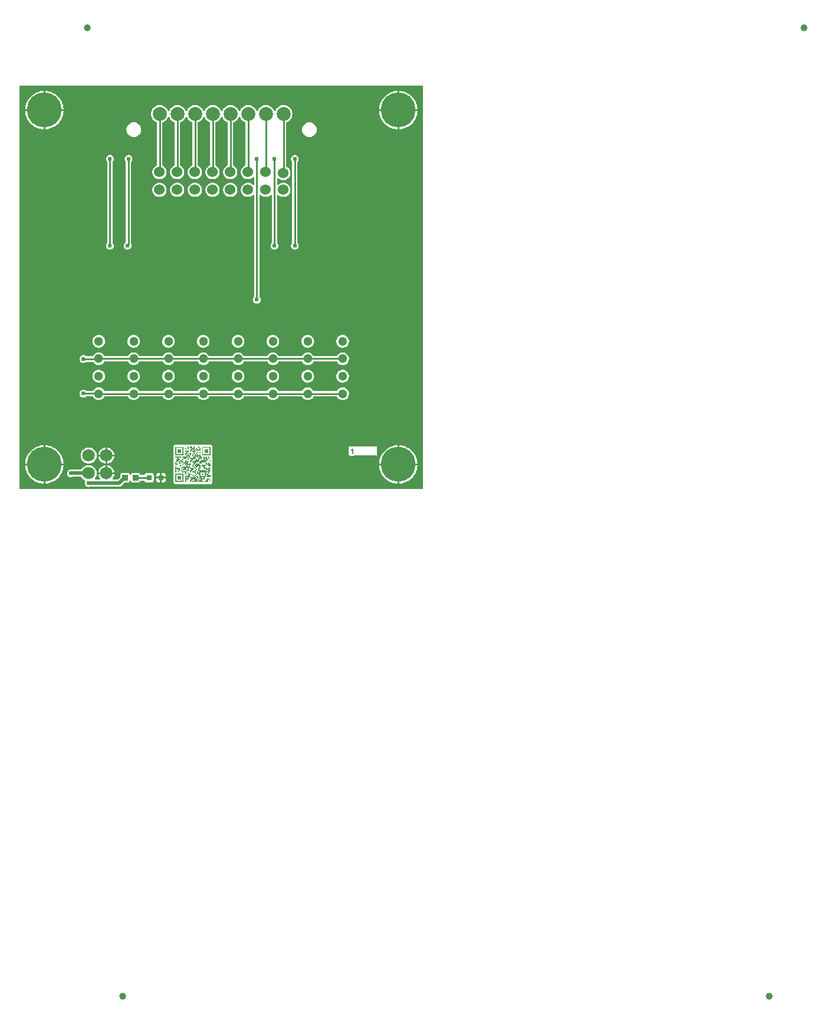
<source format=gtl>
G04 Layer: TopLayer*
G04 Panelize: Stamp Hole, Column: 2, Row: 2, Board Size: 58.42mm x 58.42mm, Panelized Board Size: 122.84mm x 122.84mm*
G04 EasyEDA v6.5.34, 2023-09-13 23:46:03*
G04 50f54edec40846078001aba480b7569d,5a6b42c53f6a479593ecc07194224c93,10*
G04 Gerber Generator version 0.2*
G04 Scale: 100 percent, Rotated: No, Reflected: No *
G04 Dimensions in millimeters *
G04 leading zeros omitted , absolute positions ,4 integer and 5 decimal *
%FSLAX45Y45*%
%MOMM*%

%AMMACRO1*21,1,$1,$2,0,0,$3*%
%ADD10C,0.1524*%
%ADD11C,0.5000*%
%ADD12C,0.2540*%
%ADD13R,0.8000X0.8000*%
%ADD14MACRO1,0.864X0.8065X-90.0000*%
%ADD15C,1.0000*%
%ADD16C,5.0000*%
%ADD17C,1.3000*%
%ADD18C,1.5240*%
%ADD19C,2.0000*%
%ADD20C,1.8000*%
%ADD21C,0.6096*%
%ADD22C,0.6200*%
%ADD23C,0.0133*%

%LPD*%
G36*
X5805932Y25908D02*
G01*
X5166360Y25958D01*
X5162448Y26720D01*
X5159146Y28956D01*
X5156962Y32258D01*
X5156200Y36118D01*
X5155438Y32258D01*
X5153202Y28956D01*
X5149900Y26720D01*
X5146040Y25958D01*
X2791460Y26162D01*
X2787548Y26924D01*
X2784246Y29159D01*
X2782062Y32461D01*
X2781300Y36322D01*
X2780538Y32461D01*
X2778302Y29159D01*
X2775000Y26924D01*
X2771140Y26162D01*
X36068Y26416D01*
X32156Y27178D01*
X28905Y29362D01*
X26670Y32664D01*
X25908Y36576D01*
X25908Y5805932D01*
X26670Y5809843D01*
X28905Y5813094D01*
X32156Y5815330D01*
X36068Y5816092D01*
X5805932Y5816092D01*
X5809843Y5815330D01*
X5813094Y5813094D01*
X5815330Y5809843D01*
X5816092Y5805932D01*
X5816092Y36068D01*
X5815330Y32207D01*
X5813094Y28905D01*
X5809843Y26670D01*
G37*

%LPC*%
G36*
X105410Y5473700D02*
G01*
X368300Y5473700D01*
X368300Y5736386D01*
X352145Y5735370D01*
X329285Y5732018D01*
X306781Y5726734D01*
X284835Y5719572D01*
X263499Y5710631D01*
X243027Y5699912D01*
X223520Y5687568D01*
X205130Y5673598D01*
X187960Y5658104D01*
X172161Y5641289D01*
X157784Y5623153D01*
X144983Y5603900D01*
X133858Y5583682D01*
X124460Y5562549D01*
X116890Y5540756D01*
X111150Y5518353D01*
X107289Y5495594D01*
G37*
G36*
X5185410Y5473700D02*
G01*
X5448300Y5473700D01*
X5448300Y5736386D01*
X5432145Y5735370D01*
X5409285Y5732018D01*
X5386781Y5726734D01*
X5364835Y5719572D01*
X5343499Y5710631D01*
X5323027Y5699912D01*
X5303520Y5687568D01*
X5285130Y5673598D01*
X5267960Y5658104D01*
X5252161Y5641289D01*
X5237784Y5623153D01*
X5224983Y5603900D01*
X5213858Y5583682D01*
X5204460Y5562549D01*
X5196890Y5540756D01*
X5191150Y5518353D01*
X5187289Y5495594D01*
G37*
G36*
X1016000Y57962D02*
G01*
X1025804Y58826D01*
X1035253Y61366D01*
X1037590Y62433D01*
X1041908Y63398D01*
X1456486Y63398D01*
X1461109Y63601D01*
X1465529Y64160D01*
X1469847Y65125D01*
X1474114Y66446D01*
X1478178Y68173D01*
X1482140Y70205D01*
X1485900Y72593D01*
X1489405Y75285D01*
X1492859Y78435D01*
X1532788Y118414D01*
X1536090Y120599D01*
X1540002Y121412D01*
X1577340Y121412D01*
X1583639Y122123D01*
X1589125Y124002D01*
X1594002Y127101D01*
X1598117Y131165D01*
X1601165Y136093D01*
X1603298Y142138D01*
X1605432Y145694D01*
X1608836Y148132D01*
X1612900Y148945D01*
X1616964Y148132D01*
X1620367Y145694D01*
X1622501Y142138D01*
X1624634Y136093D01*
X1627682Y131165D01*
X1631797Y127101D01*
X1636674Y124002D01*
X1642160Y122123D01*
X1648460Y121412D01*
X1727962Y121412D01*
X1734312Y122123D01*
X1739747Y124002D01*
X1744675Y127101D01*
X1748739Y131165D01*
X1751838Y136093D01*
X1753768Y141528D01*
X1754987Y146405D01*
X1757222Y149301D01*
X1760372Y151231D01*
X1763979Y151892D01*
X1808530Y151892D01*
X1812594Y151028D01*
X1815947Y148640D01*
X1818081Y145084D01*
X1820113Y139293D01*
X1823212Y134366D01*
X1827275Y130302D01*
X1832203Y127203D01*
X1837639Y125323D01*
X1843989Y124612D01*
X1922830Y124612D01*
X1929180Y125323D01*
X1934616Y127203D01*
X1939543Y130302D01*
X1943607Y134366D01*
X1946706Y139293D01*
X1948586Y144729D01*
X1949297Y151079D01*
X1949297Y229920D01*
X1948586Y236270D01*
X1946706Y241706D01*
X1943607Y246634D01*
X1939543Y250698D01*
X1934616Y253796D01*
X1929180Y255676D01*
X1922830Y256387D01*
X1843989Y256387D01*
X1837639Y255676D01*
X1832203Y253796D01*
X1827275Y250698D01*
X1823212Y246634D01*
X1820113Y241706D01*
X1818081Y235915D01*
X1815947Y232359D01*
X1812594Y229971D01*
X1808530Y229108D01*
X1763979Y229108D01*
X1760372Y229768D01*
X1757222Y231698D01*
X1754987Y234594D01*
X1753768Y239471D01*
X1751838Y244906D01*
X1748739Y249834D01*
X1744675Y253898D01*
X1739747Y256997D01*
X1734312Y258876D01*
X1727962Y259588D01*
X1648460Y259588D01*
X1642160Y258876D01*
X1636674Y256997D01*
X1631797Y253898D01*
X1627682Y249834D01*
X1624634Y244906D01*
X1622501Y238861D01*
X1620367Y235305D01*
X1616964Y232867D01*
X1612900Y232054D01*
X1608836Y232867D01*
X1605432Y235305D01*
X1603298Y238861D01*
X1601165Y244906D01*
X1598117Y249834D01*
X1594002Y253898D01*
X1589125Y256997D01*
X1583639Y258876D01*
X1577340Y259588D01*
X1497838Y259588D01*
X1491488Y258876D01*
X1486052Y256997D01*
X1481124Y253898D01*
X1477060Y249834D01*
X1473962Y244906D01*
X1472082Y239471D01*
X1471371Y233121D01*
X1471371Y205181D01*
X1470558Y201269D01*
X1468374Y197967D01*
X1438605Y168198D01*
X1435303Y165963D01*
X1431391Y165201D01*
X1368247Y165201D01*
X1364488Y165912D01*
X1361287Y167944D01*
X1359052Y171043D01*
X1358087Y174752D01*
X1358595Y178511D01*
X1360424Y181864D01*
X1363776Y185877D01*
X1371549Y198170D01*
X1377746Y211328D01*
X1382268Y225196D01*
X1384960Y239471D01*
X1385112Y241300D01*
X1282700Y241300D01*
X1282700Y175361D01*
X1281938Y171500D01*
X1279702Y168198D01*
X1276451Y165963D01*
X1272540Y165201D01*
X1267460Y165201D01*
X1263548Y165963D01*
X1260297Y168198D01*
X1258062Y171500D01*
X1257300Y175361D01*
X1257300Y241300D01*
X1154887Y241300D01*
X1155039Y239471D01*
X1157732Y225196D01*
X1162253Y211328D01*
X1168450Y198170D01*
X1176223Y185877D01*
X1179576Y181864D01*
X1181404Y178511D01*
X1181912Y174752D01*
X1180947Y171043D01*
X1178712Y167944D01*
X1175512Y165912D01*
X1171752Y165201D01*
X1114247Y165201D01*
X1110488Y165912D01*
X1107287Y167944D01*
X1105052Y171043D01*
X1104087Y174752D01*
X1104595Y178511D01*
X1106424Y181864D01*
X1109776Y185877D01*
X1117549Y198170D01*
X1123746Y211328D01*
X1128268Y225196D01*
X1130960Y239471D01*
X1131874Y254000D01*
X1130960Y268528D01*
X1128268Y282803D01*
X1123746Y296672D01*
X1117549Y309829D01*
X1109776Y322122D01*
X1100480Y333349D01*
X1089863Y343306D01*
X1078077Y351840D01*
X1065326Y358851D01*
X1051814Y364236D01*
X1037691Y367842D01*
X1023264Y369671D01*
X1008735Y369671D01*
X994308Y367842D01*
X980186Y364236D01*
X966673Y358851D01*
X953922Y351840D01*
X942136Y343306D01*
X931519Y333349D01*
X922223Y322122D01*
X914298Y309626D01*
X912063Y307086D01*
X909066Y305460D01*
X905713Y304901D01*
X787908Y304901D01*
X783590Y305866D01*
X781253Y306933D01*
X771804Y309473D01*
X762000Y310337D01*
X752195Y309473D01*
X742746Y306933D01*
X733806Y302818D01*
X725779Y297180D01*
X718820Y290220D01*
X713181Y282194D01*
X709066Y273253D01*
X706526Y263804D01*
X705662Y254000D01*
X706526Y244195D01*
X709066Y234746D01*
X713181Y225806D01*
X718820Y217779D01*
X725779Y210820D01*
X733806Y205181D01*
X742746Y201066D01*
X752195Y198526D01*
X762000Y197662D01*
X771804Y198526D01*
X781253Y201066D01*
X783590Y202133D01*
X787908Y203098D01*
X905713Y203098D01*
X909066Y202539D01*
X912063Y200914D01*
X914298Y198374D01*
X922223Y185877D01*
X931519Y174650D01*
X942136Y164693D01*
X953922Y156159D01*
X961237Y152146D01*
X964184Y149707D01*
X966012Y146354D01*
X966469Y142595D01*
X965555Y138938D01*
X963066Y133553D01*
X960526Y124104D01*
X959662Y114300D01*
X960526Y104495D01*
X963066Y95046D01*
X967181Y86106D01*
X972819Y78079D01*
X979779Y71120D01*
X987806Y65481D01*
X996746Y61366D01*
X1006195Y58826D01*
G37*
G36*
X2781300Y91541D02*
G01*
X2781300Y102108D01*
X2782062Y105968D01*
X2784246Y109270D01*
X2785872Y110896D01*
X2788920Y115773D01*
X2790850Y121208D01*
X2791561Y127558D01*
X2791561Y634441D01*
X2790850Y640740D01*
X2788920Y646226D01*
X2785872Y651103D01*
X2781757Y655218D01*
X2776880Y658266D01*
X2771394Y660196D01*
X2765094Y660908D01*
X2258212Y660908D01*
X2251913Y660196D01*
X2246426Y658266D01*
X2241550Y655218D01*
X2237435Y651103D01*
X2234387Y646226D01*
X2232456Y640740D01*
X2231745Y634441D01*
X2231745Y127558D01*
X2232456Y121208D01*
X2234387Y115773D01*
X2237435Y110896D01*
X2241550Y106781D01*
X2246426Y103682D01*
X2251913Y101803D01*
X2258212Y101092D01*
X2765094Y101092D01*
X2770022Y101650D01*
X2774238Y101193D01*
X2777896Y99110D01*
X2780385Y95707D01*
G37*
G36*
X393700Y5473700D02*
G01*
X656336Y5473700D01*
X655929Y5484063D01*
X653034Y5507024D01*
X648208Y5529630D01*
X641553Y5551728D01*
X633018Y5573217D01*
X622757Y5593892D01*
X610819Y5613704D01*
X597204Y5632348D01*
X582117Y5649874D01*
X565607Y5666028D01*
X547827Y5680760D01*
X528828Y5693968D01*
X508812Y5705500D01*
X487934Y5715355D01*
X466242Y5723382D01*
X443992Y5729630D01*
X421284Y5733948D01*
X398322Y5736336D01*
X393700Y5736437D01*
G37*
G36*
X5473700Y105562D02*
G01*
X5478322Y105664D01*
X5501284Y108051D01*
X5523992Y112369D01*
X5546242Y118618D01*
X5567934Y126644D01*
X5588812Y136499D01*
X5608828Y148031D01*
X5627827Y161239D01*
X5645607Y175971D01*
X5662117Y192125D01*
X5677204Y209600D01*
X5690819Y228295D01*
X5702757Y248107D01*
X5713018Y268782D01*
X5721553Y290271D01*
X5728208Y312369D01*
X5733034Y334975D01*
X5735929Y357936D01*
X5736336Y368300D01*
X5473700Y368300D01*
G37*
G36*
X393700Y105562D02*
G01*
X398322Y105664D01*
X421284Y108051D01*
X443992Y112369D01*
X466242Y118618D01*
X487934Y126644D01*
X508812Y136499D01*
X528828Y148031D01*
X547827Y161239D01*
X565607Y175971D01*
X582117Y192125D01*
X597204Y209600D01*
X610819Y228295D01*
X622757Y248107D01*
X633018Y268782D01*
X641553Y290271D01*
X648208Y312369D01*
X653034Y334975D01*
X655929Y357936D01*
X656336Y368300D01*
X393700Y368300D01*
G37*
G36*
X5448300Y105613D02*
G01*
X5448300Y368300D01*
X5185410Y368300D01*
X5187289Y346405D01*
X5191150Y323646D01*
X5196890Y301244D01*
X5204460Y279450D01*
X5213858Y258317D01*
X5224983Y238099D01*
X5237784Y218846D01*
X5252161Y200710D01*
X5267960Y183896D01*
X5285130Y168402D01*
X5303520Y154432D01*
X5323027Y142087D01*
X5343499Y131368D01*
X5364835Y122428D01*
X5386781Y115265D01*
X5409285Y109982D01*
X5432145Y106629D01*
G37*
G36*
X368300Y105613D02*
G01*
X368300Y368300D01*
X105410Y368300D01*
X107289Y346405D01*
X111150Y323646D01*
X116890Y301244D01*
X124460Y279450D01*
X133858Y258317D01*
X144983Y238099D01*
X157784Y218846D01*
X172161Y200710D01*
X187960Y183896D01*
X205130Y168402D01*
X223520Y154432D01*
X243027Y142087D01*
X263499Y131368D01*
X284835Y122428D01*
X306781Y115265D01*
X329285Y109982D01*
X352145Y106629D01*
G37*
G36*
X5473700Y5473700D02*
G01*
X5736336Y5473700D01*
X5735929Y5484063D01*
X5733034Y5507024D01*
X5728208Y5529630D01*
X5721553Y5551728D01*
X5713018Y5573217D01*
X5702757Y5593892D01*
X5690819Y5613704D01*
X5677204Y5632348D01*
X5662117Y5649874D01*
X5645607Y5666028D01*
X5627827Y5680760D01*
X5608828Y5693968D01*
X5588812Y5705500D01*
X5567934Y5715355D01*
X5546242Y5723382D01*
X5523992Y5729630D01*
X5501284Y5733948D01*
X5478322Y5736336D01*
X5473700Y5736437D01*
G37*
G36*
X2014169Y124612D02*
G01*
X2040889Y124612D01*
X2040889Y177800D01*
X1987702Y177800D01*
X1987702Y151079D01*
X1988413Y144729D01*
X1990293Y139293D01*
X1993392Y134366D01*
X1997456Y130302D01*
X2002383Y127203D01*
X2007819Y125323D01*
G37*
G36*
X2066289Y124612D02*
G01*
X2093010Y124612D01*
X2099360Y125323D01*
X2104796Y127203D01*
X2109724Y130302D01*
X2113788Y134366D01*
X2116886Y139293D01*
X2118766Y144729D01*
X2119477Y151079D01*
X2119477Y177800D01*
X2066289Y177800D01*
G37*
G36*
X368300Y5185613D02*
G01*
X368300Y5448300D01*
X105410Y5448300D01*
X107289Y5426405D01*
X111150Y5403646D01*
X116890Y5381244D01*
X124460Y5359450D01*
X133858Y5338318D01*
X144983Y5318099D01*
X157784Y5298846D01*
X172161Y5280710D01*
X187960Y5263896D01*
X205130Y5248402D01*
X223520Y5234432D01*
X243027Y5222087D01*
X263499Y5211368D01*
X284835Y5202428D01*
X306781Y5195265D01*
X329285Y5189982D01*
X352145Y5186629D01*
G37*
G36*
X5448300Y5185613D02*
G01*
X5448300Y5448300D01*
X5185410Y5448300D01*
X5187289Y5426405D01*
X5191150Y5403646D01*
X5196890Y5381244D01*
X5204460Y5359450D01*
X5213858Y5338318D01*
X5224983Y5318099D01*
X5237784Y5298846D01*
X5252161Y5280710D01*
X5267960Y5263896D01*
X5285130Y5248402D01*
X5303520Y5234432D01*
X5323027Y5222087D01*
X5343499Y5211368D01*
X5364835Y5202428D01*
X5386781Y5195265D01*
X5409285Y5189982D01*
X5432145Y5186629D01*
G37*
G36*
X393700Y5185562D02*
G01*
X398322Y5185664D01*
X421284Y5188051D01*
X443992Y5192369D01*
X466242Y5198618D01*
X487934Y5206644D01*
X508812Y5216499D01*
X528828Y5228031D01*
X547827Y5241239D01*
X565607Y5255971D01*
X582117Y5272125D01*
X597204Y5289600D01*
X610819Y5308295D01*
X622757Y5328107D01*
X633018Y5348782D01*
X641553Y5370271D01*
X648208Y5392369D01*
X653034Y5414975D01*
X655929Y5437936D01*
X656336Y5448300D01*
X393700Y5448300D01*
G37*
G36*
X5473700Y5185562D02*
G01*
X5478322Y5185664D01*
X5501284Y5188051D01*
X5523992Y5192369D01*
X5546242Y5198618D01*
X5567934Y5206644D01*
X5588812Y5216499D01*
X5608828Y5228031D01*
X5627827Y5241239D01*
X5645607Y5255971D01*
X5662117Y5272125D01*
X5677204Y5289600D01*
X5690819Y5308295D01*
X5702757Y5328107D01*
X5713018Y5348782D01*
X5721553Y5370271D01*
X5728208Y5392369D01*
X5733034Y5414975D01*
X5735929Y5437936D01*
X5736336Y5448300D01*
X5473700Y5448300D01*
G37*
G36*
X4184396Y5075732D02*
G01*
X4198213Y5076596D01*
X4211777Y5079339D01*
X4224934Y5083759D01*
X4237329Y5089906D01*
X4248861Y5097576D01*
X4259275Y5106720D01*
X4268419Y5117134D01*
X4276090Y5128666D01*
X4282236Y5141061D01*
X4286656Y5154218D01*
X4289399Y5167782D01*
X4290263Y5181600D01*
X4289399Y5195417D01*
X4286656Y5208981D01*
X4282236Y5222138D01*
X4276090Y5234533D01*
X4268419Y5246065D01*
X4259275Y5256479D01*
X4248861Y5265623D01*
X4237329Y5273294D01*
X4224934Y5279440D01*
X4211777Y5283860D01*
X4198213Y5286603D01*
X4184396Y5287467D01*
X4170578Y5286603D01*
X4157014Y5283860D01*
X4143857Y5279440D01*
X4131462Y5273294D01*
X4119930Y5265623D01*
X4109516Y5256479D01*
X4100372Y5246065D01*
X4092701Y5234533D01*
X4086555Y5222138D01*
X4082135Y5208981D01*
X4079392Y5195417D01*
X4078528Y5181600D01*
X4079392Y5167782D01*
X4082135Y5154218D01*
X4086555Y5141061D01*
X4092701Y5128666D01*
X4100372Y5117134D01*
X4109516Y5106720D01*
X4119930Y5097576D01*
X4131462Y5089906D01*
X4143857Y5083759D01*
X4157014Y5079339D01*
X4170578Y5076596D01*
G37*
G36*
X2066289Y203200D02*
G01*
X2119477Y203200D01*
X2119477Y229920D01*
X2118766Y236270D01*
X2116886Y241706D01*
X2113788Y246634D01*
X2109724Y250698D01*
X2104796Y253796D01*
X2099360Y255676D01*
X2093010Y256387D01*
X2066289Y256387D01*
G37*
G36*
X1987702Y203200D02*
G01*
X2040889Y203200D01*
X2040889Y256387D01*
X2014169Y256387D01*
X2007819Y255676D01*
X2002383Y253796D01*
X1997456Y250698D01*
X1993392Y246634D01*
X1990293Y241706D01*
X1988413Y236270D01*
X1987702Y229920D01*
G37*
G36*
X1663192Y5075732D02*
G01*
X1677009Y5076596D01*
X1690573Y5079339D01*
X1703730Y5083759D01*
X1716125Y5089906D01*
X1727657Y5097576D01*
X1738071Y5106720D01*
X1747215Y5117134D01*
X1754886Y5128666D01*
X1761032Y5141061D01*
X1765452Y5154218D01*
X1768195Y5167782D01*
X1769059Y5181600D01*
X1768195Y5195417D01*
X1765452Y5208981D01*
X1761032Y5222138D01*
X1754886Y5234533D01*
X1747215Y5246065D01*
X1738071Y5256479D01*
X1727657Y5265623D01*
X1716125Y5273294D01*
X1703730Y5279440D01*
X1690573Y5283860D01*
X1677009Y5286603D01*
X1663192Y5287467D01*
X1649374Y5286603D01*
X1635810Y5283860D01*
X1622653Y5279440D01*
X1610258Y5273294D01*
X1598726Y5265623D01*
X1588312Y5256479D01*
X1579168Y5246065D01*
X1571498Y5234533D01*
X1565351Y5222138D01*
X1560931Y5208981D01*
X1558188Y5195417D01*
X1557324Y5181600D01*
X1558188Y5167782D01*
X1560931Y5154218D01*
X1565351Y5141061D01*
X1571498Y5128666D01*
X1579168Y5117134D01*
X1588312Y5106720D01*
X1598726Y5097576D01*
X1610258Y5089906D01*
X1622653Y5083759D01*
X1635810Y5079339D01*
X1649374Y5076596D01*
G37*
G36*
X2032000Y4215942D02*
G01*
X2045614Y4216806D01*
X2058974Y4219549D01*
X2071827Y4224020D01*
X2084019Y4230166D01*
X2095246Y4237888D01*
X2105355Y4247032D01*
X2114194Y4257446D01*
X2121509Y4268927D01*
X2127250Y4281322D01*
X2131314Y4294327D01*
X2133549Y4307789D01*
X2134006Y4321403D01*
X2132634Y4334967D01*
X2129485Y4348226D01*
X2124608Y4360976D01*
X2118055Y4372914D01*
X2109927Y4383938D01*
X2100478Y4393692D01*
X2089759Y4402175D01*
X2078024Y4409135D01*
X2065477Y4414418D01*
X2052320Y4418025D01*
X2038807Y4419854D01*
X2025192Y4419854D01*
X2011680Y4418025D01*
X1998522Y4414418D01*
X1985975Y4409135D01*
X1974240Y4402175D01*
X1963521Y4393692D01*
X1954022Y4383938D01*
X1945944Y4372914D01*
X1939391Y4360976D01*
X1934514Y4348226D01*
X1931314Y4334967D01*
X1929942Y4321403D01*
X1930400Y4307789D01*
X1932686Y4294327D01*
X1936750Y4281322D01*
X1942490Y4268927D01*
X1949805Y4257446D01*
X1958593Y4247032D01*
X1968703Y4237888D01*
X1979980Y4230166D01*
X1992122Y4224020D01*
X2005025Y4219549D01*
X2018385Y4216806D01*
G37*
G36*
X1154887Y266700D02*
G01*
X1257300Y266700D01*
X1257300Y368960D01*
X1248308Y367842D01*
X1234186Y364236D01*
X1220673Y358851D01*
X1207922Y351840D01*
X1196136Y343306D01*
X1185519Y333349D01*
X1176223Y322122D01*
X1168450Y309829D01*
X1162253Y296672D01*
X1157732Y282803D01*
X1155039Y268528D01*
G37*
G36*
X1282700Y266700D02*
G01*
X1385112Y266700D01*
X1384960Y268528D01*
X1382268Y282803D01*
X1377746Y296672D01*
X1371549Y309829D01*
X1363776Y322122D01*
X1354480Y333349D01*
X1343863Y343306D01*
X1332077Y351840D01*
X1319326Y358851D01*
X1305814Y364236D01*
X1291691Y367842D01*
X1282700Y368960D01*
G37*
G36*
X2540000Y4215942D02*
G01*
X2553614Y4216806D01*
X2566974Y4219549D01*
X2579827Y4224020D01*
X2592019Y4230166D01*
X2603246Y4237888D01*
X2613355Y4247032D01*
X2622194Y4257446D01*
X2629509Y4268927D01*
X2635250Y4281322D01*
X2639314Y4294327D01*
X2641549Y4307789D01*
X2642006Y4321403D01*
X2640634Y4334967D01*
X2637485Y4348226D01*
X2632608Y4360976D01*
X2626055Y4372914D01*
X2617927Y4383938D01*
X2608478Y4393692D01*
X2597759Y4402175D01*
X2586024Y4409135D01*
X2573477Y4414418D01*
X2560320Y4418025D01*
X2546807Y4419854D01*
X2533192Y4419854D01*
X2519680Y4418025D01*
X2506522Y4414418D01*
X2493975Y4409135D01*
X2482240Y4402175D01*
X2471521Y4393692D01*
X2462022Y4383938D01*
X2453944Y4372914D01*
X2447391Y4360976D01*
X2442514Y4348226D01*
X2439314Y4334967D01*
X2437942Y4321403D01*
X2438400Y4307789D01*
X2440686Y4294327D01*
X2444750Y4281322D01*
X2450490Y4268927D01*
X2457805Y4257446D01*
X2466594Y4247032D01*
X2476703Y4237888D01*
X2487980Y4230166D01*
X2500122Y4224020D01*
X2513025Y4219549D01*
X2526385Y4216806D01*
G37*
G36*
X1008735Y392328D02*
G01*
X1023264Y392328D01*
X1037691Y394157D01*
X1051814Y397764D01*
X1065326Y403148D01*
X1078077Y410159D01*
X1089863Y418693D01*
X1100480Y428650D01*
X1109776Y439877D01*
X1117549Y452170D01*
X1123746Y465328D01*
X1128268Y479196D01*
X1130960Y493471D01*
X1131874Y508000D01*
X1130960Y522528D01*
X1128268Y536803D01*
X1123746Y550672D01*
X1117549Y563829D01*
X1109776Y576122D01*
X1100480Y587349D01*
X1089863Y597306D01*
X1078077Y605840D01*
X1065326Y612851D01*
X1051814Y618236D01*
X1037691Y621842D01*
X1023264Y623671D01*
X1008735Y623671D01*
X994308Y621842D01*
X980186Y618236D01*
X966673Y612851D01*
X953922Y605840D01*
X942136Y597306D01*
X931519Y587349D01*
X922223Y576122D01*
X914450Y563829D01*
X908253Y550672D01*
X903732Y536803D01*
X901039Y522528D01*
X900125Y508000D01*
X901039Y493471D01*
X903732Y479196D01*
X908253Y465328D01*
X914450Y452170D01*
X922223Y439877D01*
X931519Y428650D01*
X942136Y418693D01*
X953922Y410159D01*
X966673Y403148D01*
X980186Y397764D01*
X994308Y394157D01*
G37*
G36*
X1257300Y393039D02*
G01*
X1257300Y495300D01*
X1154887Y495300D01*
X1155039Y493471D01*
X1157732Y479196D01*
X1162253Y465328D01*
X1168450Y452170D01*
X1176223Y439877D01*
X1185519Y428650D01*
X1196136Y418693D01*
X1207922Y410159D01*
X1220673Y403148D01*
X1234186Y397764D01*
X1248308Y394157D01*
G37*
G36*
X1282700Y393039D02*
G01*
X1291691Y394157D01*
X1305814Y397764D01*
X1319326Y403148D01*
X1332077Y410159D01*
X1343863Y418693D01*
X1354480Y428650D01*
X1363776Y439877D01*
X1371549Y452170D01*
X1377746Y465328D01*
X1382268Y479196D01*
X1384960Y493471D01*
X1385112Y495300D01*
X1282700Y495300D01*
G37*
G36*
X393700Y393700D02*
G01*
X656336Y393700D01*
X655929Y404063D01*
X653034Y427024D01*
X648208Y449630D01*
X641553Y471728D01*
X633018Y493217D01*
X622757Y513892D01*
X610819Y533704D01*
X597204Y552348D01*
X582117Y569874D01*
X565607Y586028D01*
X547827Y600760D01*
X528828Y613968D01*
X508812Y625500D01*
X487934Y635355D01*
X466242Y643382D01*
X443992Y649630D01*
X421284Y653948D01*
X398322Y656336D01*
X393700Y656437D01*
G37*
G36*
X5473700Y393700D02*
G01*
X5736336Y393700D01*
X5735929Y404063D01*
X5733034Y427024D01*
X5728208Y449630D01*
X5721553Y471728D01*
X5713018Y493217D01*
X5702757Y513892D01*
X5690819Y533704D01*
X5677204Y552348D01*
X5662117Y569874D01*
X5645607Y586028D01*
X5627827Y600760D01*
X5608828Y613968D01*
X5588812Y625500D01*
X5567934Y635355D01*
X5546242Y643382D01*
X5523992Y649630D01*
X5501284Y653948D01*
X5478322Y656336D01*
X5473700Y656437D01*
G37*
G36*
X5185410Y393700D02*
G01*
X5448300Y393700D01*
X5448300Y656386D01*
X5432145Y655370D01*
X5409285Y652018D01*
X5386781Y646734D01*
X5364835Y639572D01*
X5343499Y630631D01*
X5323027Y619912D01*
X5303520Y607568D01*
X5285130Y593598D01*
X5267960Y578104D01*
X5252161Y561289D01*
X5237784Y543153D01*
X5224983Y523900D01*
X5213858Y503682D01*
X5204460Y482549D01*
X5196890Y460756D01*
X5191150Y438353D01*
X5187289Y415594D01*
G37*
G36*
X105410Y393700D02*
G01*
X368300Y393700D01*
X368300Y656386D01*
X352145Y655370D01*
X329285Y652018D01*
X306781Y646734D01*
X284835Y639572D01*
X263499Y630631D01*
X243027Y619912D01*
X223520Y607568D01*
X205130Y593598D01*
X187960Y578104D01*
X172161Y561289D01*
X157784Y543153D01*
X144983Y523900D01*
X133858Y503682D01*
X124460Y482549D01*
X116890Y460756D01*
X111150Y438353D01*
X107289Y415594D01*
G37*
G36*
X5156200Y497840D02*
G01*
X5156200Y633984D01*
X5155184Y635000D01*
X4824272Y635000D01*
X4820920Y635558D01*
X4817262Y636828D01*
X4810963Y637540D01*
X4780838Y637540D01*
X4774539Y636828D01*
X4770882Y635558D01*
X4767529Y635000D01*
X4750816Y635000D01*
X4749800Y633984D01*
X4749800Y509016D01*
X4750816Y508000D01*
X4763465Y508000D01*
X4766259Y507593D01*
X4769053Y506323D01*
X4774539Y504393D01*
X4780838Y503682D01*
X4810963Y503682D01*
X4817262Y504393D01*
X4825542Y507593D01*
X4828336Y508000D01*
X5146040Y508000D01*
X5149900Y507238D01*
X5153202Y505002D01*
X5155438Y501751D01*
G37*
G36*
X2286000Y4215942D02*
G01*
X2299614Y4216806D01*
X2312974Y4219549D01*
X2325827Y4224020D01*
X2338019Y4230166D01*
X2349246Y4237888D01*
X2359355Y4247032D01*
X2368194Y4257446D01*
X2375509Y4268927D01*
X2381250Y4281322D01*
X2385314Y4294327D01*
X2387549Y4307789D01*
X2388006Y4321403D01*
X2386634Y4334967D01*
X2383485Y4348226D01*
X2378608Y4360976D01*
X2372055Y4372914D01*
X2363927Y4383938D01*
X2354478Y4393692D01*
X2343759Y4402175D01*
X2332024Y4409135D01*
X2319477Y4414418D01*
X2306320Y4418025D01*
X2292807Y4419854D01*
X2279192Y4419854D01*
X2265680Y4418025D01*
X2252522Y4414418D01*
X2239975Y4409135D01*
X2228240Y4402175D01*
X2217521Y4393692D01*
X2208022Y4383938D01*
X2199944Y4372914D01*
X2193391Y4360976D01*
X2188514Y4348226D01*
X2185314Y4334967D01*
X2183942Y4321403D01*
X2184400Y4307789D01*
X2186686Y4294327D01*
X2190750Y4281322D01*
X2196490Y4268927D01*
X2203805Y4257446D01*
X2212594Y4247032D01*
X2222703Y4237888D01*
X2233980Y4230166D01*
X2246122Y4224020D01*
X2259025Y4219549D01*
X2272385Y4216806D01*
G37*
G36*
X1154887Y520700D02*
G01*
X1257300Y520700D01*
X1257300Y622960D01*
X1248308Y621842D01*
X1234186Y618236D01*
X1220673Y612851D01*
X1207922Y605840D01*
X1196136Y597306D01*
X1185519Y587349D01*
X1176223Y576122D01*
X1168450Y563829D01*
X1162253Y550672D01*
X1157732Y536803D01*
X1155039Y522528D01*
G37*
G36*
X1282700Y520700D02*
G01*
X1385112Y520700D01*
X1384960Y522528D01*
X1382268Y536803D01*
X1377746Y550672D01*
X1371549Y563829D01*
X1363776Y576122D01*
X1354480Y587349D01*
X1343863Y597306D01*
X1332077Y605840D01*
X1319326Y612851D01*
X1305814Y618236D01*
X1291691Y621842D01*
X1282700Y622960D01*
G37*
G36*
X1160881Y1305458D02*
G01*
X1173530Y1306322D01*
X1185926Y1308963D01*
X1197864Y1313332D01*
X1209040Y1319276D01*
X1219301Y1326743D01*
X1228445Y1335532D01*
X1236218Y1345539D01*
X1240332Y1352600D01*
X1242568Y1355293D01*
X1245666Y1357071D01*
X1249121Y1357680D01*
X1572666Y1357680D01*
X1576120Y1357071D01*
X1579168Y1355293D01*
X1581454Y1352600D01*
X1585518Y1345539D01*
X1593342Y1335532D01*
X1602486Y1326743D01*
X1612747Y1319276D01*
X1623923Y1313332D01*
X1635810Y1308963D01*
X1648256Y1306322D01*
X1660906Y1305458D01*
X1673555Y1306322D01*
X1685950Y1308963D01*
X1697837Y1313332D01*
X1709064Y1319276D01*
X1719325Y1326743D01*
X1728419Y1335532D01*
X1736242Y1345539D01*
X1740306Y1352600D01*
X1742592Y1355293D01*
X1745640Y1357071D01*
X1749094Y1357680D01*
X2072639Y1357680D01*
X2076145Y1357071D01*
X2079193Y1355293D01*
X2081428Y1352600D01*
X2085543Y1345539D01*
X2093366Y1335532D01*
X2102459Y1326743D01*
X2112721Y1319276D01*
X2123897Y1313332D01*
X2135835Y1308963D01*
X2148230Y1306322D01*
X2160879Y1305458D01*
X2173528Y1306322D01*
X2185924Y1308963D01*
X2197862Y1313332D01*
X2209038Y1319276D01*
X2219299Y1326743D01*
X2228443Y1335532D01*
X2236216Y1345539D01*
X2240330Y1352600D01*
X2242566Y1355293D01*
X2245664Y1357071D01*
X2249119Y1357680D01*
X2572664Y1357680D01*
X2576118Y1357071D01*
X2579166Y1355293D01*
X2581452Y1352600D01*
X2585516Y1345539D01*
X2593340Y1335532D01*
X2602484Y1326743D01*
X2612745Y1319276D01*
X2623921Y1313332D01*
X2635808Y1308963D01*
X2648254Y1306322D01*
X2660904Y1305458D01*
X2673553Y1306322D01*
X2685948Y1308963D01*
X2697835Y1313332D01*
X2709062Y1319276D01*
X2719324Y1326743D01*
X2728417Y1335532D01*
X2736240Y1345539D01*
X2740304Y1352600D01*
X2742590Y1355293D01*
X2745638Y1357071D01*
X2749092Y1357680D01*
X3072638Y1357680D01*
X3076143Y1357071D01*
X3079191Y1355293D01*
X3081426Y1352600D01*
X3085541Y1345539D01*
X3093364Y1335532D01*
X3102457Y1326743D01*
X3112719Y1319276D01*
X3123895Y1313332D01*
X3135833Y1308963D01*
X3148228Y1306322D01*
X3160877Y1305458D01*
X3173526Y1306322D01*
X3185922Y1308963D01*
X3197860Y1313332D01*
X3209036Y1319276D01*
X3219297Y1326743D01*
X3228441Y1335532D01*
X3236214Y1345539D01*
X3240328Y1352600D01*
X3242564Y1355293D01*
X3245662Y1357071D01*
X3249117Y1357680D01*
X3572662Y1357680D01*
X3576116Y1357071D01*
X3579164Y1355293D01*
X3581450Y1352600D01*
X3585514Y1345539D01*
X3593337Y1335532D01*
X3602482Y1326743D01*
X3612743Y1319276D01*
X3623919Y1313332D01*
X3635806Y1308963D01*
X3648252Y1306322D01*
X3660901Y1305458D01*
X3673551Y1306322D01*
X3685946Y1308963D01*
X3697833Y1313332D01*
X3709060Y1319276D01*
X3719322Y1326743D01*
X3728415Y1335532D01*
X3736238Y1345539D01*
X3740302Y1352600D01*
X3742588Y1355293D01*
X3745636Y1357071D01*
X3749090Y1357680D01*
X4072636Y1357680D01*
X4076141Y1357071D01*
X4079189Y1355293D01*
X4081424Y1352600D01*
X4085539Y1345539D01*
X4093362Y1335532D01*
X4102455Y1326743D01*
X4112717Y1319276D01*
X4123893Y1313332D01*
X4135831Y1308963D01*
X4148226Y1306322D01*
X4160875Y1305458D01*
X4173524Y1306322D01*
X4185920Y1308963D01*
X4197858Y1313332D01*
X4209034Y1319276D01*
X4219295Y1326743D01*
X4228439Y1335532D01*
X4236212Y1345539D01*
X4240326Y1352600D01*
X4242562Y1355293D01*
X4245660Y1357071D01*
X4249115Y1357680D01*
X4572660Y1357680D01*
X4576114Y1357071D01*
X4579162Y1355293D01*
X4581448Y1352600D01*
X4585512Y1345539D01*
X4593336Y1335532D01*
X4602480Y1326743D01*
X4612741Y1319276D01*
X4623917Y1313332D01*
X4635804Y1308963D01*
X4648250Y1306322D01*
X4660900Y1305458D01*
X4673549Y1306322D01*
X4685944Y1308963D01*
X4697831Y1313332D01*
X4709058Y1319276D01*
X4719320Y1326743D01*
X4728413Y1335532D01*
X4736236Y1345539D01*
X4742586Y1356512D01*
X4747310Y1368247D01*
X4750358Y1380540D01*
X4751730Y1393190D01*
X4751273Y1405839D01*
X4749038Y1418336D01*
X4745126Y1430375D01*
X4739589Y1441805D01*
X4732477Y1452270D01*
X4723993Y1461719D01*
X4714290Y1469847D01*
X4703572Y1476603D01*
X4691938Y1481734D01*
X4679797Y1485239D01*
X4667199Y1487017D01*
X4654550Y1487017D01*
X4642002Y1485239D01*
X4629810Y1481734D01*
X4618228Y1476603D01*
X4607458Y1469847D01*
X4597755Y1461719D01*
X4589272Y1452270D01*
X4579366Y1437589D01*
X4576165Y1435608D01*
X4572457Y1434896D01*
X4249318Y1434896D01*
X4245610Y1435608D01*
X4242409Y1437589D01*
X4232503Y1452270D01*
X4224020Y1461719D01*
X4214317Y1469847D01*
X4203547Y1476603D01*
X4191965Y1481734D01*
X4179773Y1485239D01*
X4167225Y1487017D01*
X4154525Y1487017D01*
X4141978Y1485239D01*
X4129786Y1481734D01*
X4118203Y1476603D01*
X4107484Y1469847D01*
X4097731Y1461719D01*
X4089247Y1452270D01*
X4079341Y1437589D01*
X4076141Y1435608D01*
X4072483Y1434896D01*
X3749294Y1434896D01*
X3745585Y1435608D01*
X3742436Y1437589D01*
X3732479Y1452270D01*
X3723995Y1461719D01*
X3714292Y1469847D01*
X3703574Y1476603D01*
X3691940Y1481734D01*
X3679799Y1485239D01*
X3667201Y1487017D01*
X3654551Y1487017D01*
X3642004Y1485239D01*
X3629812Y1481734D01*
X3618229Y1476603D01*
X3607460Y1469847D01*
X3597757Y1461719D01*
X3589274Y1452270D01*
X3579368Y1437589D01*
X3576167Y1435608D01*
X3572459Y1434896D01*
X3249320Y1434896D01*
X3245612Y1435608D01*
X3242411Y1437589D01*
X3232505Y1452270D01*
X3224022Y1461719D01*
X3214319Y1469847D01*
X3203549Y1476603D01*
X3191967Y1481734D01*
X3179775Y1485239D01*
X3167227Y1487017D01*
X3154527Y1487017D01*
X3141980Y1485239D01*
X3129788Y1481734D01*
X3118205Y1476603D01*
X3107486Y1469847D01*
X3097733Y1461719D01*
X3089249Y1452270D01*
X3079343Y1437589D01*
X3076143Y1435608D01*
X3072485Y1434896D01*
X2749296Y1434896D01*
X2745587Y1435608D01*
X2742438Y1437589D01*
X2732481Y1452270D01*
X2723997Y1461719D01*
X2714294Y1469847D01*
X2703576Y1476603D01*
X2691942Y1481734D01*
X2679801Y1485239D01*
X2667203Y1487017D01*
X2654554Y1487017D01*
X2642006Y1485239D01*
X2629814Y1481734D01*
X2618232Y1476603D01*
X2607462Y1469847D01*
X2597759Y1461719D01*
X2589276Y1452270D01*
X2579370Y1437589D01*
X2576169Y1435608D01*
X2572461Y1434896D01*
X2249322Y1434896D01*
X2245614Y1435608D01*
X2242413Y1437589D01*
X2232507Y1452270D01*
X2224024Y1461719D01*
X2214321Y1469847D01*
X2203551Y1476603D01*
X2191969Y1481734D01*
X2179777Y1485239D01*
X2167229Y1487017D01*
X2154529Y1487017D01*
X2141982Y1485239D01*
X2129790Y1481734D01*
X2118207Y1476603D01*
X2107488Y1469847D01*
X2097735Y1461719D01*
X2089251Y1452270D01*
X2079345Y1437589D01*
X2076145Y1435608D01*
X2072487Y1434896D01*
X1749298Y1434896D01*
X1745589Y1435608D01*
X1742439Y1437589D01*
X1732483Y1452270D01*
X1723999Y1461719D01*
X1714296Y1469847D01*
X1703578Y1476603D01*
X1691944Y1481734D01*
X1679803Y1485239D01*
X1667205Y1487017D01*
X1654556Y1487017D01*
X1642008Y1485239D01*
X1629816Y1481734D01*
X1618234Y1476603D01*
X1607464Y1469847D01*
X1597761Y1461719D01*
X1589278Y1452270D01*
X1579372Y1437589D01*
X1576171Y1435608D01*
X1572463Y1434896D01*
X1249324Y1434896D01*
X1245616Y1435608D01*
X1242415Y1437589D01*
X1232509Y1452270D01*
X1224026Y1461719D01*
X1214323Y1469847D01*
X1203553Y1476603D01*
X1191971Y1481734D01*
X1179779Y1485239D01*
X1167231Y1487017D01*
X1154531Y1487017D01*
X1141984Y1485239D01*
X1129792Y1481734D01*
X1118209Y1476603D01*
X1107490Y1469847D01*
X1097737Y1461719D01*
X1089253Y1452270D01*
X1081938Y1441297D01*
X1079703Y1438300D01*
X1076502Y1436319D01*
X1072794Y1435608D01*
X984808Y1435608D01*
X980897Y1436370D01*
X977595Y1438605D01*
X976020Y1440180D01*
X967994Y1445818D01*
X959053Y1449933D01*
X949604Y1452473D01*
X939800Y1453337D01*
X929995Y1452473D01*
X920546Y1449933D01*
X911606Y1445818D01*
X903579Y1440180D01*
X896619Y1433220D01*
X890981Y1425194D01*
X886866Y1416253D01*
X884326Y1406804D01*
X883462Y1397000D01*
X884326Y1387195D01*
X886866Y1377746D01*
X890981Y1368806D01*
X896619Y1360779D01*
X903579Y1353820D01*
X911606Y1348181D01*
X920546Y1344066D01*
X929995Y1341526D01*
X939800Y1340662D01*
X949604Y1341526D01*
X959053Y1344066D01*
X967994Y1348181D01*
X976020Y1353820D01*
X977595Y1355394D01*
X980897Y1357630D01*
X984808Y1358392D01*
X1072235Y1358392D01*
X1075740Y1357782D01*
X1078788Y1356004D01*
X1081024Y1353312D01*
X1085545Y1345539D01*
X1093368Y1335532D01*
X1102461Y1326743D01*
X1112723Y1319276D01*
X1123899Y1313332D01*
X1135837Y1308963D01*
X1148232Y1306322D01*
G37*
G36*
X2794000Y4215942D02*
G01*
X2807614Y4216806D01*
X2820974Y4219549D01*
X2833827Y4224020D01*
X2846019Y4230166D01*
X2857246Y4237888D01*
X2867355Y4247032D01*
X2876194Y4257446D01*
X2883509Y4268927D01*
X2889250Y4281322D01*
X2893314Y4294327D01*
X2895549Y4307789D01*
X2896006Y4321403D01*
X2894634Y4334967D01*
X2891485Y4348226D01*
X2886608Y4360976D01*
X2880055Y4372914D01*
X2871927Y4383938D01*
X2862478Y4393692D01*
X2851759Y4402175D01*
X2840024Y4409135D01*
X2827477Y4414418D01*
X2814320Y4418025D01*
X2800807Y4419854D01*
X2787192Y4419854D01*
X2773680Y4418025D01*
X2760522Y4414418D01*
X2747975Y4409135D01*
X2736240Y4402175D01*
X2725521Y4393692D01*
X2716022Y4383938D01*
X2707944Y4372914D01*
X2701391Y4360976D01*
X2696514Y4348226D01*
X2693314Y4334967D01*
X2691942Y4321403D01*
X2692400Y4307789D01*
X2694686Y4294327D01*
X2698750Y4281322D01*
X2704490Y4268927D01*
X2711805Y4257446D01*
X2720594Y4247032D01*
X2730703Y4237888D01*
X2741980Y4230166D01*
X2754122Y4224020D01*
X2767025Y4219549D01*
X2780385Y4216806D01*
G37*
G36*
X3048000Y4215942D02*
G01*
X3061614Y4216806D01*
X3074974Y4219549D01*
X3087827Y4224020D01*
X3100019Y4230166D01*
X3111246Y4237888D01*
X3121355Y4247032D01*
X3130194Y4257446D01*
X3137509Y4268927D01*
X3143250Y4281322D01*
X3147314Y4294327D01*
X3149549Y4307789D01*
X3150006Y4321403D01*
X3148634Y4334967D01*
X3145485Y4348226D01*
X3140608Y4360976D01*
X3134055Y4372914D01*
X3125927Y4383938D01*
X3116478Y4393692D01*
X3105759Y4402175D01*
X3094024Y4409135D01*
X3081477Y4414418D01*
X3068320Y4418025D01*
X3054807Y4419854D01*
X3041192Y4419854D01*
X3027680Y4418025D01*
X3014522Y4414418D01*
X3001975Y4409135D01*
X2990240Y4402175D01*
X2979521Y4393692D01*
X2970022Y4383938D01*
X2961944Y4372914D01*
X2955391Y4360976D01*
X2950514Y4348226D01*
X2947314Y4334967D01*
X2945942Y4321403D01*
X2946400Y4307789D01*
X2948686Y4294327D01*
X2952750Y4281322D01*
X2958490Y4268927D01*
X2965805Y4257446D01*
X2974594Y4247032D01*
X2984703Y4237888D01*
X2995980Y4230166D01*
X3008122Y4224020D01*
X3021025Y4219549D01*
X3034385Y4216806D01*
G37*
G36*
X1574800Y3461562D02*
G01*
X1584604Y3462426D01*
X1594053Y3464966D01*
X1602994Y3469081D01*
X1611020Y3474720D01*
X1617980Y3481679D01*
X1623618Y3489706D01*
X1627733Y3498646D01*
X1630273Y3508095D01*
X1631137Y3517900D01*
X1630273Y3527704D01*
X1627733Y3537153D01*
X1627073Y3538677D01*
X1626107Y3542944D01*
X1626107Y4717491D01*
X1626870Y4721402D01*
X1629105Y4724704D01*
X1630680Y4726279D01*
X1636318Y4734306D01*
X1640433Y4743246D01*
X1642973Y4752695D01*
X1643837Y4762500D01*
X1642973Y4772304D01*
X1640433Y4781753D01*
X1636318Y4790694D01*
X1630680Y4798720D01*
X1623720Y4805680D01*
X1615694Y4811318D01*
X1606753Y4815433D01*
X1597304Y4817973D01*
X1587500Y4818837D01*
X1577695Y4817973D01*
X1568246Y4815433D01*
X1559306Y4811318D01*
X1551279Y4805680D01*
X1544320Y4798720D01*
X1538681Y4790694D01*
X1534566Y4781753D01*
X1532026Y4772304D01*
X1531162Y4762500D01*
X1532026Y4752695D01*
X1534566Y4743246D01*
X1538681Y4734306D01*
X1544320Y4726279D01*
X1545894Y4724704D01*
X1548130Y4721402D01*
X1548892Y4717491D01*
X1548892Y3573576D01*
X1548384Y3570376D01*
X1546860Y3567531D01*
X1544574Y3565245D01*
X1538579Y3561079D01*
X1531620Y3554120D01*
X1525981Y3546094D01*
X1521866Y3537153D01*
X1519326Y3527704D01*
X1518462Y3517900D01*
X1519326Y3508095D01*
X1521866Y3498646D01*
X1525981Y3489706D01*
X1531620Y3481679D01*
X1538579Y3474720D01*
X1546606Y3469081D01*
X1555546Y3464966D01*
X1564995Y3462426D01*
G37*
G36*
X3974795Y3461562D02*
G01*
X3984599Y3462426D01*
X3994048Y3464966D01*
X4002989Y3469081D01*
X4011015Y3474720D01*
X4017975Y3481679D01*
X4023614Y3489706D01*
X4027728Y3498646D01*
X4030268Y3508095D01*
X4031132Y3517900D01*
X4030268Y3527704D01*
X4027728Y3537153D01*
X4023614Y3546094D01*
X4017975Y3554120D01*
X4016705Y3555390D01*
X4014470Y3558692D01*
X4013708Y3562604D01*
X4013708Y4717491D01*
X4014470Y4721402D01*
X4016705Y4724704D01*
X4018279Y4726279D01*
X4023918Y4734306D01*
X4028033Y4743246D01*
X4030573Y4752695D01*
X4031437Y4762500D01*
X4030573Y4772304D01*
X4028033Y4781753D01*
X4023918Y4790694D01*
X4018279Y4798720D01*
X4011320Y4805680D01*
X4003294Y4811318D01*
X3994353Y4815433D01*
X3984904Y4817973D01*
X3975100Y4818837D01*
X3965295Y4817973D01*
X3955846Y4815433D01*
X3946906Y4811318D01*
X3938879Y4805680D01*
X3931920Y4798720D01*
X3926281Y4790694D01*
X3922166Y4781753D01*
X3919626Y4772304D01*
X3918762Y4762500D01*
X3919626Y4752695D01*
X3922166Y4743246D01*
X3926281Y4734306D01*
X3931920Y4726279D01*
X3933494Y4724704D01*
X3935729Y4721402D01*
X3936492Y4717491D01*
X3936492Y3563213D01*
X3935729Y3559301D01*
X3933494Y3556000D01*
X3931615Y3554120D01*
X3925976Y3546094D01*
X3921861Y3537153D01*
X3919321Y3527704D01*
X3918458Y3517900D01*
X3919321Y3508095D01*
X3921861Y3498646D01*
X3925976Y3489706D01*
X3931615Y3481679D01*
X3938574Y3474720D01*
X3946601Y3469081D01*
X3955542Y3464966D01*
X3964990Y3462426D01*
G37*
G36*
X1320800Y3461562D02*
G01*
X1330604Y3462426D01*
X1340053Y3464966D01*
X1348994Y3469081D01*
X1357020Y3474720D01*
X1363980Y3481679D01*
X1369618Y3489706D01*
X1373733Y3498646D01*
X1376273Y3508095D01*
X1377137Y3517900D01*
X1376273Y3527704D01*
X1373733Y3537153D01*
X1369618Y3546094D01*
X1363980Y3554120D01*
X1362405Y3555695D01*
X1360170Y3558997D01*
X1359408Y3562908D01*
X1359408Y4717491D01*
X1360170Y4721402D01*
X1362405Y4724704D01*
X1363980Y4726279D01*
X1369618Y4734306D01*
X1373733Y4743246D01*
X1376273Y4752695D01*
X1377137Y4762500D01*
X1376273Y4772304D01*
X1373733Y4781753D01*
X1369618Y4790694D01*
X1363980Y4798720D01*
X1357020Y4805680D01*
X1348994Y4811318D01*
X1340053Y4815433D01*
X1330604Y4817973D01*
X1320800Y4818837D01*
X1310995Y4817973D01*
X1301546Y4815433D01*
X1292606Y4811318D01*
X1284579Y4805680D01*
X1277620Y4798720D01*
X1271981Y4790694D01*
X1267866Y4781753D01*
X1265326Y4772304D01*
X1264462Y4762500D01*
X1265326Y4752695D01*
X1267866Y4743246D01*
X1271981Y4734306D01*
X1277620Y4726279D01*
X1279194Y4724704D01*
X1281430Y4721402D01*
X1282192Y4717491D01*
X1282192Y3562908D01*
X1281430Y3558997D01*
X1279194Y3555695D01*
X1277620Y3554120D01*
X1271981Y3546094D01*
X1267866Y3537153D01*
X1265326Y3527704D01*
X1264462Y3517900D01*
X1265326Y3508095D01*
X1267866Y3498646D01*
X1271981Y3489706D01*
X1277620Y3481679D01*
X1284579Y3474720D01*
X1292606Y3469081D01*
X1301546Y3464966D01*
X1310995Y3462426D01*
G37*
G36*
X3429000Y2686862D02*
G01*
X3438804Y2687726D01*
X3448253Y2690266D01*
X3457194Y2694381D01*
X3465220Y2700020D01*
X3472179Y2706979D01*
X3477818Y2715006D01*
X3481933Y2723946D01*
X3484473Y2733395D01*
X3485337Y2743200D01*
X3484473Y2753004D01*
X3481933Y2762453D01*
X3477818Y2771394D01*
X3472179Y2779420D01*
X3470605Y2780995D01*
X3468370Y2784297D01*
X3467608Y2788208D01*
X3467608Y4237736D01*
X3468370Y4241546D01*
X3470452Y4244797D01*
X3473653Y4246981D01*
X3477412Y4247896D01*
X3481273Y4247235D01*
X3484575Y4245254D01*
X3492703Y4237888D01*
X3503980Y4230166D01*
X3516122Y4224020D01*
X3529025Y4219549D01*
X3542385Y4216806D01*
X3556000Y4215942D01*
X3569614Y4216806D01*
X3582974Y4219549D01*
X3595827Y4224020D01*
X3608019Y4230166D01*
X3619246Y4237888D01*
X3627424Y4245254D01*
X3630726Y4247286D01*
X3634587Y4247896D01*
X3638346Y4247032D01*
X3641547Y4244797D01*
X3643629Y4241546D01*
X3644392Y4237736D01*
X3644392Y3562756D01*
X3643629Y3558844D01*
X3641394Y3555542D01*
X3639972Y3554120D01*
X3634333Y3546094D01*
X3630218Y3537153D01*
X3627678Y3527704D01*
X3626815Y3517900D01*
X3627678Y3508095D01*
X3630218Y3498646D01*
X3634333Y3489706D01*
X3639972Y3481679D01*
X3646932Y3474720D01*
X3654958Y3469081D01*
X3663899Y3464966D01*
X3673348Y3462426D01*
X3683152Y3461562D01*
X3692956Y3462426D01*
X3702405Y3464966D01*
X3711346Y3469081D01*
X3719372Y3474720D01*
X3726332Y3481679D01*
X3731971Y3489706D01*
X3736086Y3498646D01*
X3738626Y3508095D01*
X3739489Y3517900D01*
X3738626Y3527704D01*
X3736086Y3537153D01*
X3731971Y3546094D01*
X3726332Y3554120D01*
X3724605Y3555847D01*
X3722370Y3559149D01*
X3721608Y3563061D01*
X3721608Y4237736D01*
X3722370Y4241546D01*
X3724452Y4244797D01*
X3727653Y4246981D01*
X3731412Y4247896D01*
X3735273Y4247235D01*
X3738575Y4245254D01*
X3746703Y4237888D01*
X3757980Y4230166D01*
X3770122Y4224020D01*
X3783025Y4219549D01*
X3796385Y4216806D01*
X3810000Y4215942D01*
X3823614Y4216806D01*
X3836974Y4219549D01*
X3849827Y4224020D01*
X3862019Y4230166D01*
X3873246Y4237888D01*
X3883355Y4247032D01*
X3892194Y4257446D01*
X3899509Y4268927D01*
X3905250Y4281322D01*
X3909314Y4294327D01*
X3911549Y4307789D01*
X3912006Y4321403D01*
X3910634Y4334967D01*
X3907485Y4348226D01*
X3902608Y4360976D01*
X3896055Y4372914D01*
X3887927Y4383938D01*
X3878478Y4393692D01*
X3867759Y4402175D01*
X3856024Y4409135D01*
X3843477Y4414418D01*
X3830320Y4418025D01*
X3816807Y4419854D01*
X3803192Y4419854D01*
X3789679Y4418025D01*
X3776522Y4414418D01*
X3763975Y4409135D01*
X3752240Y4402175D01*
X3741521Y4393692D01*
X3739083Y4391202D01*
X3735781Y4388916D01*
X3731869Y4388104D01*
X3727958Y4388815D01*
X3724605Y4391050D01*
X3722370Y4394352D01*
X3721608Y4398264D01*
X3721608Y4479036D01*
X3722370Y4482846D01*
X3724452Y4486097D01*
X3727653Y4488281D01*
X3731412Y4489196D01*
X3735273Y4488535D01*
X3738575Y4486554D01*
X3746703Y4479188D01*
X3757980Y4471466D01*
X3770122Y4465320D01*
X3783025Y4460849D01*
X3796385Y4458106D01*
X3810000Y4457242D01*
X3823614Y4458106D01*
X3836974Y4460849D01*
X3849827Y4465320D01*
X3862019Y4471466D01*
X3873246Y4479188D01*
X3883355Y4488332D01*
X3892194Y4498746D01*
X3899509Y4510227D01*
X3905250Y4522622D01*
X3909314Y4535627D01*
X3911549Y4549089D01*
X3912006Y4562703D01*
X3910634Y4576267D01*
X3907485Y4589526D01*
X3902608Y4602276D01*
X3896055Y4614214D01*
X3887927Y4625238D01*
X3878478Y4634992D01*
X3867759Y4643475D01*
X3856380Y4650232D01*
X3853738Y4652467D01*
X3852011Y4655515D01*
X3851401Y4658969D01*
X3851401Y5279593D01*
X3852113Y5283403D01*
X3854246Y5286654D01*
X3857396Y5288889D01*
X3871315Y5295138D01*
X3884320Y5303012D01*
X3896258Y5312359D01*
X3907028Y5323128D01*
X3916375Y5335066D01*
X3924249Y5348071D01*
X3930497Y5361940D01*
X3935018Y5376468D01*
X3937762Y5391404D01*
X3938676Y5406593D01*
X3937762Y5421782D01*
X3935018Y5436717D01*
X3930497Y5451246D01*
X3924249Y5465114D01*
X3916375Y5478119D01*
X3907028Y5490057D01*
X3896258Y5500827D01*
X3884320Y5510174D01*
X3871315Y5518048D01*
X3857447Y5524296D01*
X3842918Y5528818D01*
X3827983Y5531561D01*
X3812794Y5532475D01*
X3797604Y5531561D01*
X3782669Y5528818D01*
X3768140Y5524296D01*
X3754272Y5518048D01*
X3741267Y5510174D01*
X3729329Y5500827D01*
X3718560Y5490057D01*
X3709212Y5478119D01*
X3701338Y5465114D01*
X3695039Y5451195D01*
X3692855Y5447995D01*
X3689604Y5445912D01*
X3685794Y5445201D01*
X3681984Y5445912D01*
X3678732Y5447995D01*
X3676548Y5451195D01*
X3670249Y5465114D01*
X3662375Y5478119D01*
X3653028Y5490057D01*
X3642258Y5500827D01*
X3630320Y5510174D01*
X3617315Y5518048D01*
X3603447Y5524296D01*
X3588918Y5528818D01*
X3573983Y5531561D01*
X3558794Y5532475D01*
X3543604Y5531561D01*
X3528669Y5528818D01*
X3514140Y5524296D01*
X3500272Y5518048D01*
X3487267Y5510174D01*
X3475329Y5500827D01*
X3464560Y5490057D01*
X3455212Y5478119D01*
X3447338Y5465114D01*
X3441039Y5451195D01*
X3438855Y5447995D01*
X3435604Y5445912D01*
X3431794Y5445201D01*
X3427984Y5445912D01*
X3424732Y5447995D01*
X3422548Y5451195D01*
X3416249Y5465114D01*
X3408375Y5478119D01*
X3399028Y5490057D01*
X3388258Y5500827D01*
X3376320Y5510174D01*
X3363315Y5518048D01*
X3349447Y5524296D01*
X3334918Y5528818D01*
X3319983Y5531561D01*
X3304794Y5532475D01*
X3289604Y5531561D01*
X3274669Y5528818D01*
X3260140Y5524296D01*
X3246272Y5518048D01*
X3233267Y5510174D01*
X3221329Y5500827D01*
X3210560Y5490057D01*
X3201212Y5478119D01*
X3193338Y5465114D01*
X3187039Y5451195D01*
X3184855Y5447995D01*
X3181604Y5445912D01*
X3177794Y5445201D01*
X3173984Y5445912D01*
X3170732Y5447995D01*
X3168548Y5451195D01*
X3162249Y5465114D01*
X3154375Y5478119D01*
X3145028Y5490057D01*
X3134258Y5500827D01*
X3122320Y5510174D01*
X3109315Y5518048D01*
X3095447Y5524296D01*
X3080918Y5528818D01*
X3065983Y5531561D01*
X3050794Y5532475D01*
X3035604Y5531561D01*
X3020669Y5528818D01*
X3006140Y5524296D01*
X2992272Y5518048D01*
X2979267Y5510174D01*
X2967329Y5500827D01*
X2956560Y5490057D01*
X2947212Y5478119D01*
X2939338Y5465114D01*
X2933039Y5451195D01*
X2930855Y5447995D01*
X2927604Y5445912D01*
X2923794Y5445201D01*
X2919984Y5445912D01*
X2916732Y5447995D01*
X2914548Y5451195D01*
X2908249Y5465114D01*
X2900375Y5478119D01*
X2891028Y5490057D01*
X2880258Y5500827D01*
X2868320Y5510174D01*
X2855315Y5518048D01*
X2841447Y5524296D01*
X2826918Y5528818D01*
X2811983Y5531561D01*
X2796794Y5532475D01*
X2781604Y5531561D01*
X2766669Y5528818D01*
X2752140Y5524296D01*
X2738272Y5518048D01*
X2725267Y5510174D01*
X2713329Y5500827D01*
X2702560Y5490057D01*
X2693212Y5478119D01*
X2685338Y5465114D01*
X2679039Y5451195D01*
X2676855Y5447995D01*
X2673604Y5445912D01*
X2669794Y5445201D01*
X2665984Y5445912D01*
X2662732Y5447995D01*
X2660548Y5451195D01*
X2654249Y5465114D01*
X2646375Y5478119D01*
X2637028Y5490057D01*
X2626258Y5500827D01*
X2614320Y5510174D01*
X2601315Y5518048D01*
X2587447Y5524296D01*
X2572918Y5528818D01*
X2557983Y5531561D01*
X2542794Y5532475D01*
X2527604Y5531561D01*
X2512669Y5528818D01*
X2498140Y5524296D01*
X2484272Y5518048D01*
X2471267Y5510174D01*
X2459329Y5500827D01*
X2448560Y5490057D01*
X2439212Y5478119D01*
X2431338Y5465114D01*
X2425039Y5451195D01*
X2422855Y5447995D01*
X2419604Y5445912D01*
X2415794Y5445201D01*
X2411984Y5445912D01*
X2408732Y5447995D01*
X2406548Y5451195D01*
X2400249Y5465114D01*
X2392375Y5478119D01*
X2383028Y5490057D01*
X2372258Y5500827D01*
X2360320Y5510174D01*
X2347315Y5518048D01*
X2333447Y5524296D01*
X2318918Y5528818D01*
X2303983Y5531561D01*
X2288794Y5532475D01*
X2273604Y5531561D01*
X2258669Y5528818D01*
X2244140Y5524296D01*
X2230272Y5518048D01*
X2217267Y5510174D01*
X2205329Y5500827D01*
X2194560Y5490057D01*
X2185212Y5478119D01*
X2177338Y5465114D01*
X2171039Y5451195D01*
X2168855Y5447995D01*
X2165604Y5445912D01*
X2161794Y5445201D01*
X2157984Y5445912D01*
X2154732Y5447995D01*
X2152548Y5451195D01*
X2146249Y5465114D01*
X2138375Y5478119D01*
X2129028Y5490057D01*
X2118258Y5500827D01*
X2106320Y5510174D01*
X2093315Y5518048D01*
X2079447Y5524296D01*
X2064918Y5528818D01*
X2049983Y5531561D01*
X2034793Y5532475D01*
X2019604Y5531561D01*
X2004669Y5528818D01*
X1990140Y5524296D01*
X1976272Y5518048D01*
X1963267Y5510174D01*
X1951329Y5500827D01*
X1940560Y5490057D01*
X1931212Y5478119D01*
X1923338Y5465114D01*
X1917090Y5451246D01*
X1912569Y5436717D01*
X1909825Y5421782D01*
X1908911Y5406593D01*
X1909825Y5391404D01*
X1912569Y5376468D01*
X1917090Y5361940D01*
X1923338Y5348071D01*
X1931212Y5335066D01*
X1940560Y5323128D01*
X1951329Y5312359D01*
X1963267Y5303012D01*
X1976272Y5295138D01*
X1990191Y5288889D01*
X1993341Y5286654D01*
X1995424Y5283403D01*
X1996186Y5279593D01*
X1996186Y4674209D01*
X1995424Y4670298D01*
X1993239Y4667046D01*
X1989988Y4664811D01*
X1985975Y4663135D01*
X1974240Y4656175D01*
X1963521Y4647692D01*
X1954022Y4637938D01*
X1945944Y4626914D01*
X1939391Y4614976D01*
X1934514Y4602226D01*
X1931314Y4588967D01*
X1929942Y4575403D01*
X1930400Y4561789D01*
X1932686Y4548327D01*
X1936750Y4535322D01*
X1942490Y4522927D01*
X1949805Y4511446D01*
X1958593Y4501032D01*
X1968703Y4491888D01*
X1979980Y4484166D01*
X1992122Y4478020D01*
X2005025Y4473549D01*
X2018385Y4470806D01*
X2032000Y4469942D01*
X2045614Y4470806D01*
X2058974Y4473549D01*
X2071827Y4478020D01*
X2084019Y4484166D01*
X2095246Y4491888D01*
X2105355Y4501032D01*
X2114194Y4511446D01*
X2121509Y4522927D01*
X2127250Y4535322D01*
X2131314Y4548327D01*
X2133549Y4561789D01*
X2134006Y4575403D01*
X2132634Y4588967D01*
X2129485Y4602226D01*
X2124608Y4614976D01*
X2118055Y4626914D01*
X2109927Y4637938D01*
X2100478Y4647692D01*
X2089759Y4656175D01*
X2078380Y4662932D01*
X2075738Y4665167D01*
X2074011Y4668215D01*
X2073402Y4671669D01*
X2073402Y5279593D01*
X2074113Y5283403D01*
X2076246Y5286654D01*
X2079396Y5288889D01*
X2093315Y5295138D01*
X2106320Y5303012D01*
X2118258Y5312359D01*
X2129028Y5323128D01*
X2138375Y5335066D01*
X2146249Y5348071D01*
X2152548Y5361990D01*
X2154732Y5365191D01*
X2157984Y5367274D01*
X2161794Y5367985D01*
X2165604Y5367274D01*
X2168855Y5365191D01*
X2171039Y5361990D01*
X2177338Y5348071D01*
X2185212Y5335066D01*
X2194560Y5323128D01*
X2205329Y5312359D01*
X2217267Y5303012D01*
X2230272Y5295138D01*
X2244191Y5288889D01*
X2247341Y5286654D01*
X2249424Y5283403D01*
X2250186Y5279593D01*
X2250186Y4674209D01*
X2249424Y4670298D01*
X2247239Y4667046D01*
X2243988Y4664811D01*
X2239975Y4663135D01*
X2228240Y4656175D01*
X2217521Y4647692D01*
X2208022Y4637938D01*
X2199944Y4626914D01*
X2193391Y4614976D01*
X2188514Y4602226D01*
X2185314Y4588967D01*
X2183942Y4575403D01*
X2184400Y4561789D01*
X2186686Y4548327D01*
X2190750Y4535322D01*
X2196490Y4522927D01*
X2203805Y4511446D01*
X2212594Y4501032D01*
X2222703Y4491888D01*
X2233980Y4484166D01*
X2246122Y4478020D01*
X2259025Y4473549D01*
X2272385Y4470806D01*
X2286000Y4469942D01*
X2299614Y4470806D01*
X2312974Y4473549D01*
X2325827Y4478020D01*
X2338019Y4484166D01*
X2349246Y4491888D01*
X2359355Y4501032D01*
X2368194Y4511446D01*
X2375509Y4522927D01*
X2381250Y4535322D01*
X2385314Y4548327D01*
X2387549Y4561789D01*
X2388006Y4575403D01*
X2386634Y4588967D01*
X2383485Y4602226D01*
X2378608Y4614976D01*
X2372055Y4626914D01*
X2363927Y4637938D01*
X2354478Y4647692D01*
X2343759Y4656175D01*
X2332380Y4662932D01*
X2329738Y4665167D01*
X2328011Y4668215D01*
X2327402Y4671669D01*
X2327402Y5279593D01*
X2328113Y5283403D01*
X2330246Y5286654D01*
X2333396Y5288889D01*
X2347315Y5295138D01*
X2360320Y5303012D01*
X2372258Y5312359D01*
X2383028Y5323128D01*
X2392375Y5335066D01*
X2400249Y5348071D01*
X2406548Y5361990D01*
X2408732Y5365191D01*
X2411984Y5367274D01*
X2415794Y5367985D01*
X2419604Y5367274D01*
X2422855Y5365191D01*
X2425039Y5361990D01*
X2431338Y5348071D01*
X2439212Y5335066D01*
X2448560Y5323128D01*
X2459329Y5312359D01*
X2471267Y5303012D01*
X2484272Y5295138D01*
X2498191Y5288889D01*
X2501341Y5286654D01*
X2503424Y5283403D01*
X2504186Y5279593D01*
X2504186Y4674209D01*
X2503424Y4670298D01*
X2501239Y4667046D01*
X2497988Y4664811D01*
X2493975Y4663135D01*
X2482240Y4656175D01*
X2471521Y4647692D01*
X2462022Y4637938D01*
X2453944Y4626914D01*
X2447391Y4614976D01*
X2442514Y4602226D01*
X2439314Y4588967D01*
X2437942Y4575403D01*
X2438400Y4561789D01*
X2440686Y4548327D01*
X2444750Y4535322D01*
X2450490Y4522927D01*
X2457805Y4511446D01*
X2466594Y4501032D01*
X2476703Y4491888D01*
X2487980Y4484166D01*
X2500122Y4478020D01*
X2513025Y4473549D01*
X2526385Y4470806D01*
X2540000Y4469942D01*
X2553614Y4470806D01*
X2566974Y4473549D01*
X2579827Y4478020D01*
X2592019Y4484166D01*
X2603246Y4491888D01*
X2613355Y4501032D01*
X2622194Y4511446D01*
X2629509Y4522927D01*
X2635250Y4535322D01*
X2639314Y4548327D01*
X2641549Y4561789D01*
X2642006Y4575403D01*
X2640634Y4588967D01*
X2637485Y4602226D01*
X2632608Y4614976D01*
X2626055Y4626914D01*
X2617927Y4637938D01*
X2608478Y4647692D01*
X2597759Y4656175D01*
X2586380Y4662932D01*
X2583738Y4665167D01*
X2582011Y4668215D01*
X2581402Y4671669D01*
X2581402Y5279593D01*
X2582113Y5283403D01*
X2584246Y5286654D01*
X2587396Y5288889D01*
X2601315Y5295138D01*
X2614320Y5303012D01*
X2626258Y5312359D01*
X2637028Y5323128D01*
X2646375Y5335066D01*
X2654249Y5348071D01*
X2660548Y5361990D01*
X2662732Y5365191D01*
X2665984Y5367274D01*
X2669794Y5367985D01*
X2673604Y5367274D01*
X2676855Y5365191D01*
X2679039Y5361990D01*
X2685338Y5348071D01*
X2693212Y5335066D01*
X2702560Y5323128D01*
X2713329Y5312359D01*
X2725267Y5303012D01*
X2738272Y5295138D01*
X2752191Y5288889D01*
X2755341Y5286654D01*
X2757424Y5283403D01*
X2758186Y5279593D01*
X2758186Y4674209D01*
X2757424Y4670298D01*
X2755239Y4667046D01*
X2751988Y4664811D01*
X2747975Y4663135D01*
X2736240Y4656175D01*
X2725521Y4647692D01*
X2716022Y4637938D01*
X2707944Y4626914D01*
X2701391Y4614976D01*
X2696514Y4602226D01*
X2693314Y4588967D01*
X2691942Y4575403D01*
X2692400Y4561789D01*
X2694686Y4548327D01*
X2698750Y4535322D01*
X2704490Y4522927D01*
X2711805Y4511446D01*
X2720594Y4501032D01*
X2730703Y4491888D01*
X2741980Y4484166D01*
X2754122Y4478020D01*
X2767025Y4473549D01*
X2780385Y4470806D01*
X2794000Y4469942D01*
X2807614Y4470806D01*
X2820974Y4473549D01*
X2833827Y4478020D01*
X2846019Y4484166D01*
X2857246Y4491888D01*
X2867355Y4501032D01*
X2876194Y4511446D01*
X2883509Y4522927D01*
X2889250Y4535322D01*
X2893314Y4548327D01*
X2895549Y4561789D01*
X2896006Y4575403D01*
X2894634Y4588967D01*
X2891485Y4602226D01*
X2886608Y4614976D01*
X2880055Y4626914D01*
X2871927Y4637938D01*
X2862478Y4647692D01*
X2851759Y4656175D01*
X2840380Y4662932D01*
X2837738Y4665167D01*
X2836011Y4668215D01*
X2835402Y4671669D01*
X2835402Y5279593D01*
X2836113Y5283403D01*
X2838246Y5286654D01*
X2841396Y5288889D01*
X2855315Y5295138D01*
X2868320Y5303012D01*
X2880258Y5312359D01*
X2891028Y5323128D01*
X2900375Y5335066D01*
X2908249Y5348071D01*
X2914548Y5361990D01*
X2916732Y5365191D01*
X2919984Y5367274D01*
X2923794Y5367985D01*
X2927604Y5367274D01*
X2930855Y5365191D01*
X2933039Y5361990D01*
X2939338Y5348071D01*
X2947212Y5335066D01*
X2956560Y5323128D01*
X2967329Y5312359D01*
X2979267Y5303012D01*
X2992272Y5295138D01*
X3006191Y5288889D01*
X3009341Y5286654D01*
X3011424Y5283403D01*
X3012186Y5279593D01*
X3012186Y4674209D01*
X3011424Y4670298D01*
X3009239Y4667046D01*
X3005988Y4664811D01*
X3001975Y4663135D01*
X2990240Y4656175D01*
X2979521Y4647692D01*
X2970022Y4637938D01*
X2961944Y4626914D01*
X2955391Y4614976D01*
X2950514Y4602226D01*
X2947314Y4588967D01*
X2945942Y4575403D01*
X2946400Y4561789D01*
X2948686Y4548327D01*
X2952750Y4535322D01*
X2958490Y4522927D01*
X2965805Y4511446D01*
X2974594Y4501032D01*
X2984703Y4491888D01*
X2995980Y4484166D01*
X3008122Y4478020D01*
X3021025Y4473549D01*
X3034385Y4470806D01*
X3048000Y4469942D01*
X3061614Y4470806D01*
X3074974Y4473549D01*
X3087827Y4478020D01*
X3100019Y4484166D01*
X3111246Y4491888D01*
X3121355Y4501032D01*
X3130194Y4511446D01*
X3137509Y4522927D01*
X3143250Y4535322D01*
X3147314Y4548327D01*
X3149549Y4561789D01*
X3150006Y4575403D01*
X3148634Y4588967D01*
X3145485Y4602226D01*
X3140608Y4614976D01*
X3134055Y4626914D01*
X3125927Y4637938D01*
X3116478Y4647692D01*
X3105759Y4656175D01*
X3094380Y4662932D01*
X3091738Y4665167D01*
X3090011Y4668215D01*
X3089402Y4671669D01*
X3089402Y5279593D01*
X3090113Y5283403D01*
X3092246Y5286654D01*
X3095396Y5288889D01*
X3109315Y5295138D01*
X3122320Y5303012D01*
X3134258Y5312359D01*
X3145028Y5323128D01*
X3154375Y5335066D01*
X3162249Y5348071D01*
X3168548Y5361990D01*
X3170732Y5365191D01*
X3173984Y5367274D01*
X3177794Y5367985D01*
X3181604Y5367274D01*
X3184855Y5365191D01*
X3187039Y5361990D01*
X3193338Y5348071D01*
X3201212Y5335066D01*
X3210560Y5323128D01*
X3221329Y5312359D01*
X3233267Y5303012D01*
X3246272Y5295138D01*
X3260191Y5288889D01*
X3263341Y5286654D01*
X3265424Y5283403D01*
X3266186Y5279593D01*
X3266186Y4674209D01*
X3265424Y4670298D01*
X3263239Y4667046D01*
X3259988Y4664811D01*
X3255975Y4663135D01*
X3244240Y4656175D01*
X3233521Y4647692D01*
X3224022Y4637938D01*
X3215944Y4626914D01*
X3209391Y4614976D01*
X3204514Y4602226D01*
X3201314Y4588967D01*
X3199942Y4575403D01*
X3200400Y4561789D01*
X3202686Y4548327D01*
X3206750Y4535322D01*
X3212490Y4522927D01*
X3219805Y4511446D01*
X3228594Y4501032D01*
X3238703Y4491888D01*
X3249980Y4484166D01*
X3262122Y4478020D01*
X3275025Y4473549D01*
X3288385Y4470806D01*
X3302000Y4469942D01*
X3315614Y4470806D01*
X3328974Y4473549D01*
X3341827Y4478020D01*
X3354019Y4484166D01*
X3365246Y4491888D01*
X3373424Y4499254D01*
X3376726Y4501286D01*
X3380587Y4501896D01*
X3384346Y4501032D01*
X3387547Y4498797D01*
X3389629Y4495546D01*
X3390392Y4491736D01*
X3390392Y4398213D01*
X3389629Y4394301D01*
X3387394Y4390999D01*
X3384042Y4388815D01*
X3380130Y4388053D01*
X3376218Y4388916D01*
X3372916Y4391152D01*
X3370478Y4393692D01*
X3359759Y4402175D01*
X3348024Y4409135D01*
X3335477Y4414418D01*
X3322320Y4418025D01*
X3308807Y4419854D01*
X3295192Y4419854D01*
X3281679Y4418025D01*
X3268522Y4414418D01*
X3255975Y4409135D01*
X3244240Y4402175D01*
X3233521Y4393692D01*
X3224022Y4383938D01*
X3215944Y4372914D01*
X3209391Y4360976D01*
X3204514Y4348226D01*
X3201314Y4334967D01*
X3199942Y4321403D01*
X3200400Y4307789D01*
X3202686Y4294327D01*
X3206750Y4281322D01*
X3212490Y4268927D01*
X3219805Y4257446D01*
X3228594Y4247032D01*
X3238703Y4237888D01*
X3249980Y4230166D01*
X3262122Y4224020D01*
X3275025Y4219549D01*
X3288385Y4216806D01*
X3302000Y4215942D01*
X3315614Y4216806D01*
X3328974Y4219549D01*
X3341827Y4224020D01*
X3354019Y4230166D01*
X3365246Y4237888D01*
X3373424Y4245254D01*
X3376726Y4247286D01*
X3380587Y4247896D01*
X3384346Y4247032D01*
X3387547Y4244797D01*
X3389629Y4241546D01*
X3390392Y4237736D01*
X3390392Y2788208D01*
X3389629Y2784297D01*
X3387394Y2780995D01*
X3385820Y2779420D01*
X3380181Y2771394D01*
X3376066Y2762453D01*
X3373526Y2753004D01*
X3372662Y2743200D01*
X3373526Y2733395D01*
X3376066Y2723946D01*
X3380181Y2715006D01*
X3385820Y2706979D01*
X3392779Y2700020D01*
X3400806Y2694381D01*
X3409746Y2690266D01*
X3419195Y2687726D01*
G37*
G36*
X4660849Y2055469D02*
G01*
X4673498Y2056333D01*
X4685944Y2058974D01*
X4697831Y2063292D01*
X4709007Y2069287D01*
X4719269Y2076704D01*
X4728413Y2085543D01*
X4736236Y2095500D01*
X4742535Y2106472D01*
X4747310Y2118258D01*
X4750358Y2130552D01*
X4751679Y2143150D01*
X4751273Y2155850D01*
X4749038Y2168347D01*
X4745126Y2180386D01*
X4739589Y2191766D01*
X4732477Y2202281D01*
X4723993Y2211730D01*
X4714290Y2219858D01*
X4703521Y2226564D01*
X4691938Y2231745D01*
X4679746Y2235250D01*
X4667199Y2236978D01*
X4654550Y2236978D01*
X4641951Y2235250D01*
X4629810Y2231745D01*
X4618228Y2226564D01*
X4607458Y2219858D01*
X4597755Y2211730D01*
X4589272Y2202281D01*
X4582160Y2191766D01*
X4576622Y2180386D01*
X4572711Y2168347D01*
X4570476Y2155850D01*
X4570018Y2143150D01*
X4571390Y2130552D01*
X4574438Y2118258D01*
X4579162Y2106472D01*
X4585512Y2095500D01*
X4593336Y2085543D01*
X4602429Y2076704D01*
X4612690Y2069287D01*
X4623917Y2063292D01*
X4635804Y2058974D01*
X4648200Y2056333D01*
G37*
G36*
X1160881Y2055469D02*
G01*
X1173530Y2056333D01*
X1185926Y2058974D01*
X1197864Y2063292D01*
X1209040Y2069287D01*
X1219301Y2076704D01*
X1228394Y2085543D01*
X1236218Y2095500D01*
X1242568Y2106472D01*
X1247292Y2118258D01*
X1250391Y2130552D01*
X1251712Y2143150D01*
X1251254Y2155850D01*
X1249070Y2168347D01*
X1245158Y2180386D01*
X1239570Y2191766D01*
X1232509Y2202281D01*
X1224026Y2211730D01*
X1214272Y2219858D01*
X1203553Y2226564D01*
X1191971Y2231745D01*
X1179779Y2235250D01*
X1167231Y2236978D01*
X1154531Y2236978D01*
X1141984Y2235250D01*
X1129792Y2231745D01*
X1118209Y2226564D01*
X1107440Y2219858D01*
X1097737Y2211730D01*
X1089253Y2202281D01*
X1082192Y2191766D01*
X1076604Y2180386D01*
X1072692Y2168347D01*
X1070508Y2155850D01*
X1070051Y2143150D01*
X1071372Y2130552D01*
X1074420Y2118258D01*
X1079195Y2106472D01*
X1085545Y2095500D01*
X1093317Y2085543D01*
X1102461Y2076704D01*
X1112723Y2069287D01*
X1123899Y2063292D01*
X1135837Y2058974D01*
X1148232Y2056333D01*
G37*
G36*
X1660855Y2055469D02*
G01*
X1673504Y2056333D01*
X1685950Y2058974D01*
X1697837Y2063292D01*
X1709013Y2069287D01*
X1719275Y2076704D01*
X1728419Y2085543D01*
X1736242Y2095500D01*
X1742541Y2106472D01*
X1747316Y2118258D01*
X1750364Y2130552D01*
X1751685Y2143150D01*
X1751279Y2155850D01*
X1749043Y2168347D01*
X1745132Y2180386D01*
X1739595Y2191766D01*
X1732483Y2202281D01*
X1723999Y2211730D01*
X1714296Y2219858D01*
X1703527Y2226564D01*
X1691944Y2231745D01*
X1679752Y2235250D01*
X1667205Y2236978D01*
X1654556Y2236978D01*
X1641957Y2235250D01*
X1629816Y2231745D01*
X1618234Y2226564D01*
X1607464Y2219858D01*
X1597761Y2211730D01*
X1589278Y2202281D01*
X1582166Y2191766D01*
X1576628Y2180386D01*
X1572717Y2168347D01*
X1570482Y2155850D01*
X1570024Y2143150D01*
X1571396Y2130552D01*
X1574444Y2118258D01*
X1579168Y2106472D01*
X1585518Y2095500D01*
X1593342Y2085543D01*
X1602435Y2076704D01*
X1612696Y2069287D01*
X1623923Y2063292D01*
X1635810Y2058974D01*
X1648206Y2056333D01*
G37*
G36*
X4160875Y2055469D02*
G01*
X4173524Y2056333D01*
X4185920Y2058974D01*
X4197858Y2063292D01*
X4209034Y2069287D01*
X4219295Y2076704D01*
X4228388Y2085543D01*
X4236212Y2095500D01*
X4242562Y2106472D01*
X4247286Y2118258D01*
X4250385Y2130552D01*
X4251706Y2143150D01*
X4251248Y2155850D01*
X4249064Y2168347D01*
X4245152Y2180386D01*
X4239564Y2191766D01*
X4232503Y2202281D01*
X4224020Y2211730D01*
X4214266Y2219858D01*
X4203547Y2226564D01*
X4191965Y2231745D01*
X4179773Y2235250D01*
X4167225Y2236978D01*
X4154525Y2236978D01*
X4141978Y2235250D01*
X4129786Y2231745D01*
X4118203Y2226564D01*
X4107434Y2219858D01*
X4097731Y2211730D01*
X4089247Y2202281D01*
X4082186Y2191766D01*
X4076598Y2180386D01*
X4072686Y2168347D01*
X4070502Y2155850D01*
X4070045Y2143150D01*
X4071365Y2130552D01*
X4074414Y2118258D01*
X4079189Y2106472D01*
X4085539Y2095500D01*
X4093311Y2085543D01*
X4102455Y2076704D01*
X4112717Y2069287D01*
X4123893Y2063292D01*
X4135831Y2058974D01*
X4148226Y2056333D01*
G37*
G36*
X2660853Y2055469D02*
G01*
X2673502Y2056333D01*
X2685948Y2058974D01*
X2697835Y2063292D01*
X2709011Y2069287D01*
X2719273Y2076704D01*
X2728417Y2085543D01*
X2736240Y2095500D01*
X2742539Y2106472D01*
X2747314Y2118258D01*
X2750362Y2130552D01*
X2751683Y2143150D01*
X2751277Y2155850D01*
X2749042Y2168347D01*
X2745130Y2180386D01*
X2739593Y2191766D01*
X2732481Y2202281D01*
X2723997Y2211730D01*
X2714294Y2219858D01*
X2703525Y2226564D01*
X2691942Y2231745D01*
X2679750Y2235250D01*
X2667203Y2236978D01*
X2654554Y2236978D01*
X2641955Y2235250D01*
X2629814Y2231745D01*
X2618181Y2226564D01*
X2607462Y2219858D01*
X2597759Y2211730D01*
X2589276Y2202281D01*
X2582164Y2191766D01*
X2576626Y2180386D01*
X2572715Y2168347D01*
X2570480Y2155850D01*
X2570022Y2143150D01*
X2571394Y2130552D01*
X2574442Y2118258D01*
X2579166Y2106472D01*
X2585516Y2095500D01*
X2593340Y2085543D01*
X2602433Y2076704D01*
X2612694Y2069287D01*
X2623921Y2063292D01*
X2635808Y2058974D01*
X2648204Y2056333D01*
G37*
G36*
X3160877Y2055469D02*
G01*
X3173526Y2056333D01*
X3185922Y2058974D01*
X3197860Y2063292D01*
X3209036Y2069287D01*
X3219297Y2076704D01*
X3228390Y2085543D01*
X3236214Y2095500D01*
X3242564Y2106472D01*
X3247288Y2118258D01*
X3250387Y2130552D01*
X3251708Y2143150D01*
X3251250Y2155850D01*
X3249066Y2168347D01*
X3245154Y2180386D01*
X3239566Y2191766D01*
X3232505Y2202281D01*
X3224022Y2211730D01*
X3214268Y2219858D01*
X3203549Y2226564D01*
X3191967Y2231745D01*
X3179775Y2235250D01*
X3167227Y2236978D01*
X3154527Y2236978D01*
X3141980Y2235250D01*
X3129788Y2231745D01*
X3118205Y2226564D01*
X3107436Y2219858D01*
X3097733Y2211730D01*
X3089249Y2202281D01*
X3082188Y2191766D01*
X3076600Y2180386D01*
X3072688Y2168347D01*
X3070504Y2155850D01*
X3070047Y2143150D01*
X3071368Y2130552D01*
X3074416Y2118258D01*
X3079191Y2106472D01*
X3085541Y2095500D01*
X3093313Y2085543D01*
X3102457Y2076704D01*
X3112719Y2069287D01*
X3123895Y2063292D01*
X3135833Y2058974D01*
X3148228Y2056333D01*
G37*
G36*
X2160879Y2055469D02*
G01*
X2173528Y2056333D01*
X2185924Y2058974D01*
X2197862Y2063292D01*
X2209038Y2069287D01*
X2219299Y2076704D01*
X2228392Y2085543D01*
X2236216Y2095500D01*
X2242566Y2106472D01*
X2247290Y2118258D01*
X2250389Y2130552D01*
X2251710Y2143150D01*
X2251252Y2155850D01*
X2249068Y2168347D01*
X2245156Y2180386D01*
X2239568Y2191766D01*
X2232507Y2202281D01*
X2224024Y2211730D01*
X2214270Y2219858D01*
X2203551Y2226564D01*
X2191969Y2231745D01*
X2179777Y2235250D01*
X2167229Y2236978D01*
X2154529Y2236978D01*
X2141982Y2235250D01*
X2129790Y2231745D01*
X2118207Y2226564D01*
X2107438Y2219858D01*
X2097735Y2211730D01*
X2089251Y2202281D01*
X2082190Y2191766D01*
X2076602Y2180386D01*
X2072690Y2168347D01*
X2070506Y2155850D01*
X2070049Y2143150D01*
X2071370Y2130552D01*
X2074418Y2118258D01*
X2079193Y2106472D01*
X2085543Y2095500D01*
X2093315Y2085543D01*
X2102459Y2076704D01*
X2112721Y2069287D01*
X2123897Y2063292D01*
X2135835Y2058974D01*
X2148230Y2056333D01*
G37*
G36*
X3660851Y2055469D02*
G01*
X3673500Y2056333D01*
X3685946Y2058974D01*
X3697833Y2063292D01*
X3709009Y2069287D01*
X3719271Y2076704D01*
X3728415Y2085543D01*
X3736238Y2095500D01*
X3742537Y2106472D01*
X3747312Y2118258D01*
X3750360Y2130552D01*
X3751681Y2143150D01*
X3751275Y2155850D01*
X3749040Y2168347D01*
X3745128Y2180386D01*
X3739591Y2191766D01*
X3732479Y2202281D01*
X3723995Y2211730D01*
X3714292Y2219858D01*
X3703523Y2226564D01*
X3691940Y2231745D01*
X3679748Y2235250D01*
X3667201Y2236978D01*
X3654551Y2236978D01*
X3641953Y2235250D01*
X3629812Y2231745D01*
X3618179Y2226564D01*
X3607460Y2219858D01*
X3597757Y2211730D01*
X3589274Y2202281D01*
X3582162Y2191766D01*
X3576624Y2180386D01*
X3572713Y2168347D01*
X3570478Y2155850D01*
X3570020Y2143150D01*
X3571392Y2130552D01*
X3574440Y2118258D01*
X3579164Y2106472D01*
X3585514Y2095500D01*
X3593337Y2085543D01*
X3602431Y2076704D01*
X3612692Y2069287D01*
X3623919Y2063292D01*
X3635806Y2058974D01*
X3648201Y2056333D01*
G37*
G36*
X1160881Y1805482D02*
G01*
X1173530Y1806346D01*
X1185926Y1808988D01*
X1197864Y1813306D01*
X1209040Y1819249D01*
X1219301Y1826717D01*
X1228445Y1835505D01*
X1236218Y1845513D01*
X1240332Y1852574D01*
X1242568Y1855317D01*
X1245666Y1857044D01*
X1249121Y1857654D01*
X1572666Y1857654D01*
X1576120Y1857044D01*
X1579168Y1855317D01*
X1581454Y1852574D01*
X1585518Y1845513D01*
X1593342Y1835505D01*
X1602486Y1826717D01*
X1612747Y1819249D01*
X1623923Y1813306D01*
X1635810Y1808988D01*
X1648256Y1806346D01*
X1660906Y1805482D01*
X1673555Y1806346D01*
X1685950Y1808988D01*
X1697837Y1813306D01*
X1709064Y1819249D01*
X1719325Y1826717D01*
X1728419Y1835505D01*
X1736242Y1845513D01*
X1740306Y1852574D01*
X1742592Y1855317D01*
X1745640Y1857044D01*
X1749094Y1857654D01*
X2072639Y1857654D01*
X2076145Y1857044D01*
X2079193Y1855317D01*
X2081428Y1852574D01*
X2085543Y1845513D01*
X2093366Y1835505D01*
X2102459Y1826717D01*
X2112721Y1819249D01*
X2123897Y1813306D01*
X2135835Y1808988D01*
X2148230Y1806346D01*
X2160879Y1805482D01*
X2173528Y1806346D01*
X2185924Y1808988D01*
X2197862Y1813306D01*
X2209038Y1819249D01*
X2219299Y1826717D01*
X2228443Y1835505D01*
X2236216Y1845513D01*
X2240330Y1852574D01*
X2242566Y1855317D01*
X2245664Y1857044D01*
X2249119Y1857654D01*
X2572664Y1857654D01*
X2576118Y1857044D01*
X2579166Y1855317D01*
X2581452Y1852574D01*
X2585516Y1845513D01*
X2593340Y1835505D01*
X2602484Y1826717D01*
X2612745Y1819249D01*
X2623921Y1813306D01*
X2635808Y1808988D01*
X2648254Y1806346D01*
X2660904Y1805482D01*
X2673553Y1806346D01*
X2685948Y1808988D01*
X2697835Y1813306D01*
X2709062Y1819249D01*
X2719324Y1826717D01*
X2728417Y1835505D01*
X2736240Y1845513D01*
X2740304Y1852574D01*
X2742590Y1855317D01*
X2745638Y1857044D01*
X2749092Y1857654D01*
X3072638Y1857654D01*
X3076143Y1857044D01*
X3079191Y1855317D01*
X3081426Y1852574D01*
X3085541Y1845513D01*
X3093364Y1835505D01*
X3102457Y1826717D01*
X3112719Y1819249D01*
X3123895Y1813306D01*
X3135833Y1808988D01*
X3148228Y1806346D01*
X3160877Y1805482D01*
X3173526Y1806346D01*
X3185922Y1808988D01*
X3197860Y1813306D01*
X3209036Y1819249D01*
X3219297Y1826717D01*
X3228441Y1835505D01*
X3236214Y1845513D01*
X3240328Y1852574D01*
X3242564Y1855317D01*
X3245662Y1857044D01*
X3249117Y1857654D01*
X3572662Y1857654D01*
X3576116Y1857044D01*
X3579164Y1855317D01*
X3581450Y1852574D01*
X3585514Y1845513D01*
X3593337Y1835505D01*
X3602482Y1826717D01*
X3612743Y1819249D01*
X3623919Y1813306D01*
X3635806Y1808988D01*
X3648252Y1806346D01*
X3660901Y1805482D01*
X3673551Y1806346D01*
X3685946Y1808988D01*
X3697833Y1813306D01*
X3709060Y1819249D01*
X3719322Y1826717D01*
X3728415Y1835505D01*
X3736238Y1845513D01*
X3740302Y1852574D01*
X3742588Y1855317D01*
X3745636Y1857044D01*
X3749090Y1857654D01*
X4072636Y1857654D01*
X4076141Y1857044D01*
X4079189Y1855317D01*
X4081424Y1852574D01*
X4085539Y1845513D01*
X4093362Y1835505D01*
X4102455Y1826717D01*
X4112717Y1819249D01*
X4123893Y1813306D01*
X4135831Y1808988D01*
X4148226Y1806346D01*
X4160875Y1805482D01*
X4173524Y1806346D01*
X4185920Y1808988D01*
X4197858Y1813306D01*
X4209034Y1819249D01*
X4219295Y1826717D01*
X4228439Y1835505D01*
X4236212Y1845513D01*
X4240326Y1852574D01*
X4242562Y1855317D01*
X4245660Y1857044D01*
X4249115Y1857654D01*
X4572660Y1857654D01*
X4576114Y1857044D01*
X4579162Y1855317D01*
X4581448Y1852574D01*
X4585512Y1845513D01*
X4593336Y1835505D01*
X4602480Y1826717D01*
X4612741Y1819249D01*
X4623917Y1813306D01*
X4635804Y1808988D01*
X4648250Y1806346D01*
X4660900Y1805482D01*
X4673549Y1806346D01*
X4685944Y1808988D01*
X4697831Y1813306D01*
X4709058Y1819249D01*
X4719320Y1826717D01*
X4728413Y1835505D01*
X4736236Y1845513D01*
X4742586Y1856486D01*
X4747310Y1868271D01*
X4750358Y1880565D01*
X4751730Y1893163D01*
X4751273Y1905863D01*
X4749038Y1918309D01*
X4745126Y1930400D01*
X4739589Y1941779D01*
X4732477Y1952294D01*
X4723993Y1961692D01*
X4714290Y1969871D01*
X4703572Y1976577D01*
X4691938Y1981758D01*
X4679797Y1985213D01*
X4667199Y1986991D01*
X4654550Y1986991D01*
X4642002Y1985213D01*
X4629810Y1981758D01*
X4618228Y1976577D01*
X4607458Y1969871D01*
X4597755Y1961692D01*
X4589272Y1952294D01*
X4579366Y1937562D01*
X4576165Y1935581D01*
X4572457Y1934870D01*
X4249318Y1934870D01*
X4245610Y1935581D01*
X4242409Y1937562D01*
X4232503Y1952294D01*
X4224020Y1961692D01*
X4214317Y1969871D01*
X4203547Y1976577D01*
X4191965Y1981758D01*
X4179773Y1985213D01*
X4167225Y1986991D01*
X4154525Y1986991D01*
X4141978Y1985213D01*
X4129786Y1981758D01*
X4118203Y1976577D01*
X4107484Y1969871D01*
X4097731Y1961692D01*
X4089247Y1952294D01*
X4079341Y1937562D01*
X4076141Y1935581D01*
X4072483Y1934870D01*
X3749294Y1934870D01*
X3745585Y1935581D01*
X3742436Y1937562D01*
X3732479Y1952294D01*
X3723995Y1961692D01*
X3714292Y1969871D01*
X3703574Y1976577D01*
X3691940Y1981758D01*
X3679799Y1985213D01*
X3667201Y1986991D01*
X3654551Y1986991D01*
X3642004Y1985213D01*
X3629812Y1981758D01*
X3618229Y1976577D01*
X3607460Y1969871D01*
X3597757Y1961692D01*
X3589274Y1952294D01*
X3579368Y1937562D01*
X3576167Y1935581D01*
X3572459Y1934870D01*
X3249320Y1934870D01*
X3245612Y1935581D01*
X3242411Y1937562D01*
X3232505Y1952294D01*
X3224022Y1961692D01*
X3214319Y1969871D01*
X3203549Y1976577D01*
X3191967Y1981758D01*
X3179775Y1985213D01*
X3167227Y1986991D01*
X3154527Y1986991D01*
X3141980Y1985213D01*
X3129788Y1981758D01*
X3118205Y1976577D01*
X3107486Y1969871D01*
X3097733Y1961692D01*
X3089249Y1952294D01*
X3079343Y1937562D01*
X3076143Y1935581D01*
X3072485Y1934870D01*
X2749296Y1934870D01*
X2745587Y1935581D01*
X2742438Y1937562D01*
X2732481Y1952294D01*
X2723997Y1961692D01*
X2714294Y1969871D01*
X2703576Y1976577D01*
X2691942Y1981758D01*
X2679801Y1985213D01*
X2667203Y1986991D01*
X2654554Y1986991D01*
X2642006Y1985213D01*
X2629814Y1981758D01*
X2618232Y1976577D01*
X2607462Y1969871D01*
X2597759Y1961692D01*
X2589276Y1952294D01*
X2579370Y1937562D01*
X2576169Y1935581D01*
X2572461Y1934870D01*
X2249322Y1934870D01*
X2245614Y1935581D01*
X2242413Y1937562D01*
X2232507Y1952294D01*
X2224024Y1961692D01*
X2214321Y1969871D01*
X2203551Y1976577D01*
X2191969Y1981758D01*
X2179777Y1985213D01*
X2167229Y1986991D01*
X2154529Y1986991D01*
X2141982Y1985213D01*
X2129790Y1981758D01*
X2118207Y1976577D01*
X2107488Y1969871D01*
X2097735Y1961692D01*
X2089251Y1952294D01*
X2079345Y1937562D01*
X2076145Y1935581D01*
X2072487Y1934870D01*
X1749298Y1934870D01*
X1745589Y1935581D01*
X1742439Y1937562D01*
X1732483Y1952294D01*
X1723999Y1961692D01*
X1714296Y1969871D01*
X1703578Y1976577D01*
X1691944Y1981758D01*
X1679803Y1985213D01*
X1667205Y1986991D01*
X1654556Y1986991D01*
X1642008Y1985213D01*
X1629816Y1981758D01*
X1618234Y1976577D01*
X1607464Y1969871D01*
X1597761Y1961692D01*
X1589278Y1952294D01*
X1579372Y1937562D01*
X1576171Y1935581D01*
X1572463Y1934870D01*
X1249324Y1934870D01*
X1245616Y1935581D01*
X1242415Y1937562D01*
X1232509Y1952294D01*
X1224026Y1961692D01*
X1214323Y1969871D01*
X1203553Y1976577D01*
X1191971Y1981758D01*
X1179779Y1985213D01*
X1167231Y1986991D01*
X1154531Y1986991D01*
X1141984Y1985213D01*
X1129792Y1981758D01*
X1118209Y1976577D01*
X1107490Y1969871D01*
X1097737Y1961692D01*
X1089253Y1952294D01*
X1082192Y1941779D01*
X1079652Y1936597D01*
X1077417Y1933600D01*
X1074216Y1931619D01*
X1070508Y1930907D01*
X984808Y1930907D01*
X980897Y1931670D01*
X977595Y1933905D01*
X976020Y1935480D01*
X967994Y1941118D01*
X959053Y1945233D01*
X949604Y1947773D01*
X939800Y1948637D01*
X929995Y1947773D01*
X920546Y1945233D01*
X911606Y1941118D01*
X903579Y1935480D01*
X896619Y1928520D01*
X890981Y1920493D01*
X886866Y1911553D01*
X884326Y1902104D01*
X883462Y1892300D01*
X884326Y1882495D01*
X886866Y1873046D01*
X890981Y1864106D01*
X896619Y1856079D01*
X903579Y1849120D01*
X911606Y1843481D01*
X920546Y1839366D01*
X929995Y1836826D01*
X939800Y1835962D01*
X949604Y1836826D01*
X959053Y1839366D01*
X967994Y1843481D01*
X976020Y1849120D01*
X977595Y1850694D01*
X980897Y1852930D01*
X984808Y1853692D01*
X1074978Y1853692D01*
X1078433Y1853082D01*
X1081481Y1851304D01*
X1083767Y1848612D01*
X1085545Y1845513D01*
X1093368Y1835505D01*
X1102461Y1826717D01*
X1112723Y1819249D01*
X1123899Y1813306D01*
X1135837Y1808988D01*
X1148232Y1806346D01*
G37*
G36*
X4160875Y1555445D02*
G01*
X4173524Y1556359D01*
X4185920Y1559001D01*
X4197858Y1563319D01*
X4209034Y1569262D01*
X4219295Y1576730D01*
X4228439Y1585518D01*
X4236212Y1595526D01*
X4242562Y1606499D01*
X4247337Y1618234D01*
X4250385Y1630578D01*
X4251706Y1643176D01*
X4251248Y1655825D01*
X4249064Y1668322D01*
X4245152Y1680362D01*
X4239564Y1691792D01*
X4232503Y1702307D01*
X4224020Y1711706D01*
X4214317Y1719884D01*
X4203547Y1726590D01*
X4191965Y1731721D01*
X4179773Y1735226D01*
X4167225Y1737004D01*
X4154525Y1737004D01*
X4141978Y1735226D01*
X4129786Y1731721D01*
X4118203Y1726590D01*
X4107484Y1719884D01*
X4097731Y1711706D01*
X4089247Y1702307D01*
X4082186Y1691792D01*
X4076598Y1680362D01*
X4072686Y1668322D01*
X4070502Y1655825D01*
X4070045Y1643176D01*
X4071365Y1630578D01*
X4074464Y1618234D01*
X4079189Y1606499D01*
X4085539Y1595526D01*
X4093362Y1585518D01*
X4102455Y1576730D01*
X4112717Y1569262D01*
X4123893Y1563319D01*
X4135831Y1559001D01*
X4148226Y1556359D01*
G37*
G36*
X2660904Y1555445D02*
G01*
X2673553Y1556359D01*
X2685948Y1559001D01*
X2697835Y1563319D01*
X2709062Y1569262D01*
X2719324Y1576730D01*
X2728417Y1585518D01*
X2736240Y1595526D01*
X2742590Y1606499D01*
X2747314Y1618234D01*
X2750362Y1630578D01*
X2751734Y1643176D01*
X2751277Y1655825D01*
X2749042Y1668322D01*
X2745130Y1680362D01*
X2739593Y1691792D01*
X2732481Y1702307D01*
X2723997Y1711706D01*
X2714294Y1719884D01*
X2703576Y1726590D01*
X2691942Y1731721D01*
X2679801Y1735226D01*
X2667203Y1737004D01*
X2654554Y1737004D01*
X2642006Y1735226D01*
X2629814Y1731721D01*
X2618232Y1726590D01*
X2607462Y1719884D01*
X2597759Y1711706D01*
X2589276Y1702307D01*
X2582164Y1691792D01*
X2576626Y1680362D01*
X2572715Y1668322D01*
X2570480Y1655825D01*
X2570073Y1643176D01*
X2571394Y1630578D01*
X2574442Y1618234D01*
X2579217Y1606499D01*
X2585516Y1595526D01*
X2593340Y1585518D01*
X2602484Y1576730D01*
X2612745Y1569262D01*
X2623921Y1563319D01*
X2635808Y1559001D01*
X2648254Y1556359D01*
G37*
G36*
X3660901Y1555445D02*
G01*
X3673551Y1556359D01*
X3685946Y1559001D01*
X3697833Y1563319D01*
X3709060Y1569262D01*
X3719322Y1576730D01*
X3728415Y1585518D01*
X3736238Y1595526D01*
X3742588Y1606499D01*
X3747312Y1618234D01*
X3750360Y1630578D01*
X3751732Y1643176D01*
X3751275Y1655825D01*
X3749040Y1668322D01*
X3745128Y1680362D01*
X3739591Y1691792D01*
X3732479Y1702307D01*
X3723995Y1711706D01*
X3714292Y1719884D01*
X3703574Y1726590D01*
X3691940Y1731721D01*
X3679799Y1735226D01*
X3667201Y1737004D01*
X3654551Y1737004D01*
X3642004Y1735226D01*
X3629812Y1731721D01*
X3618229Y1726590D01*
X3607460Y1719884D01*
X3597757Y1711706D01*
X3589274Y1702307D01*
X3582162Y1691792D01*
X3576624Y1680362D01*
X3572713Y1668322D01*
X3570478Y1655825D01*
X3570071Y1643176D01*
X3571392Y1630578D01*
X3574440Y1618234D01*
X3579215Y1606499D01*
X3585514Y1595526D01*
X3593337Y1585518D01*
X3602482Y1576730D01*
X3612743Y1569262D01*
X3623919Y1563319D01*
X3635806Y1559001D01*
X3648252Y1556359D01*
G37*
G36*
X2160879Y1555445D02*
G01*
X2173528Y1556359D01*
X2185924Y1559001D01*
X2197862Y1563319D01*
X2209038Y1569262D01*
X2219299Y1576730D01*
X2228443Y1585518D01*
X2236216Y1595526D01*
X2242566Y1606499D01*
X2247341Y1618234D01*
X2250389Y1630578D01*
X2251710Y1643176D01*
X2251252Y1655825D01*
X2249068Y1668322D01*
X2245156Y1680362D01*
X2239568Y1691792D01*
X2232507Y1702307D01*
X2224024Y1711706D01*
X2214321Y1719884D01*
X2203551Y1726590D01*
X2191969Y1731721D01*
X2179777Y1735226D01*
X2167229Y1737004D01*
X2154529Y1737004D01*
X2141982Y1735226D01*
X2129790Y1731721D01*
X2118207Y1726590D01*
X2107488Y1719884D01*
X2097735Y1711706D01*
X2089251Y1702307D01*
X2082190Y1691792D01*
X2076602Y1680362D01*
X2072690Y1668322D01*
X2070506Y1655825D01*
X2070049Y1643176D01*
X2071370Y1630578D01*
X2074468Y1618234D01*
X2079193Y1606499D01*
X2085543Y1595526D01*
X2093366Y1585518D01*
X2102459Y1576730D01*
X2112721Y1569262D01*
X2123897Y1563319D01*
X2135835Y1559001D01*
X2148230Y1556359D01*
G37*
G36*
X3160877Y1555445D02*
G01*
X3173526Y1556359D01*
X3185922Y1559001D01*
X3197860Y1563319D01*
X3209036Y1569262D01*
X3219297Y1576730D01*
X3228441Y1585518D01*
X3236214Y1595526D01*
X3242564Y1606499D01*
X3247339Y1618234D01*
X3250387Y1630578D01*
X3251708Y1643176D01*
X3251250Y1655825D01*
X3249066Y1668322D01*
X3245154Y1680362D01*
X3239566Y1691792D01*
X3232505Y1702307D01*
X3224022Y1711706D01*
X3214319Y1719884D01*
X3203549Y1726590D01*
X3191967Y1731721D01*
X3179775Y1735226D01*
X3167227Y1737004D01*
X3154527Y1737004D01*
X3141980Y1735226D01*
X3129788Y1731721D01*
X3118205Y1726590D01*
X3107486Y1719884D01*
X3097733Y1711706D01*
X3089249Y1702307D01*
X3082188Y1691792D01*
X3076600Y1680362D01*
X3072688Y1668322D01*
X3070504Y1655825D01*
X3070047Y1643176D01*
X3071368Y1630578D01*
X3074466Y1618234D01*
X3079191Y1606499D01*
X3085541Y1595526D01*
X3093364Y1585518D01*
X3102457Y1576730D01*
X3112719Y1569262D01*
X3123895Y1563319D01*
X3135833Y1559001D01*
X3148228Y1556359D01*
G37*
G36*
X1660906Y1555445D02*
G01*
X1673555Y1556359D01*
X1685950Y1559001D01*
X1697837Y1563319D01*
X1709064Y1569262D01*
X1719325Y1576730D01*
X1728419Y1585518D01*
X1736242Y1595526D01*
X1742592Y1606499D01*
X1747316Y1618234D01*
X1750364Y1630578D01*
X1751736Y1643176D01*
X1751279Y1655825D01*
X1749043Y1668322D01*
X1745132Y1680362D01*
X1739595Y1691792D01*
X1732483Y1702307D01*
X1723999Y1711706D01*
X1714296Y1719884D01*
X1703578Y1726590D01*
X1691944Y1731721D01*
X1679803Y1735226D01*
X1667205Y1737004D01*
X1654556Y1737004D01*
X1642008Y1735226D01*
X1629816Y1731721D01*
X1618234Y1726590D01*
X1607464Y1719884D01*
X1597761Y1711706D01*
X1589278Y1702307D01*
X1582166Y1691792D01*
X1576628Y1680362D01*
X1572717Y1668322D01*
X1570482Y1655825D01*
X1570075Y1643176D01*
X1571396Y1630578D01*
X1574444Y1618234D01*
X1579219Y1606499D01*
X1585518Y1595526D01*
X1593342Y1585518D01*
X1602486Y1576730D01*
X1612747Y1569262D01*
X1623923Y1563319D01*
X1635810Y1559001D01*
X1648256Y1556359D01*
G37*
G36*
X1160881Y1555445D02*
G01*
X1173530Y1556359D01*
X1185926Y1559001D01*
X1197864Y1563319D01*
X1209040Y1569262D01*
X1219301Y1576730D01*
X1228445Y1585518D01*
X1236218Y1595526D01*
X1242568Y1606499D01*
X1247343Y1618234D01*
X1250391Y1630578D01*
X1251712Y1643176D01*
X1251254Y1655825D01*
X1249070Y1668322D01*
X1245158Y1680362D01*
X1239570Y1691792D01*
X1232509Y1702307D01*
X1224026Y1711706D01*
X1214323Y1719884D01*
X1203553Y1726590D01*
X1191971Y1731721D01*
X1179779Y1735226D01*
X1167231Y1737004D01*
X1154531Y1737004D01*
X1141984Y1735226D01*
X1129792Y1731721D01*
X1118209Y1726590D01*
X1107490Y1719884D01*
X1097737Y1711706D01*
X1089253Y1702307D01*
X1082192Y1691792D01*
X1076604Y1680362D01*
X1072692Y1668322D01*
X1070508Y1655825D01*
X1070051Y1643176D01*
X1071372Y1630578D01*
X1074470Y1618234D01*
X1079195Y1606499D01*
X1085545Y1595526D01*
X1093368Y1585518D01*
X1102461Y1576730D01*
X1112723Y1569262D01*
X1123899Y1563319D01*
X1135837Y1559001D01*
X1148232Y1556359D01*
G37*
G36*
X4660900Y1555445D02*
G01*
X4673549Y1556359D01*
X4685944Y1559001D01*
X4697831Y1563319D01*
X4709058Y1569262D01*
X4719320Y1576730D01*
X4728413Y1585518D01*
X4736236Y1595526D01*
X4742586Y1606499D01*
X4747310Y1618234D01*
X4750358Y1630578D01*
X4751730Y1643176D01*
X4751273Y1655825D01*
X4749038Y1668322D01*
X4745126Y1680362D01*
X4739589Y1691792D01*
X4732477Y1702307D01*
X4723993Y1711706D01*
X4714290Y1719884D01*
X4703572Y1726590D01*
X4691938Y1731721D01*
X4679797Y1735226D01*
X4667199Y1737004D01*
X4654550Y1737004D01*
X4642002Y1735226D01*
X4629810Y1731721D01*
X4618228Y1726590D01*
X4607458Y1719884D01*
X4597755Y1711706D01*
X4589272Y1702307D01*
X4582160Y1691792D01*
X4576622Y1680362D01*
X4572711Y1668322D01*
X4570476Y1655825D01*
X4570069Y1643176D01*
X4571390Y1630578D01*
X4574438Y1618234D01*
X4579213Y1606499D01*
X4585512Y1595526D01*
X4593336Y1585518D01*
X4602480Y1576730D01*
X4612741Y1569262D01*
X4623917Y1563319D01*
X4635804Y1559001D01*
X4648250Y1556359D01*
G37*

%LPD*%
G36*
X2432507Y635000D02*
G01*
X2432507Y600151D01*
X2449068Y600151D01*
X2449068Y635000D01*
G37*
G36*
X2467457Y635000D02*
G01*
X2467457Y616661D01*
X2484018Y616661D01*
X2484018Y600151D01*
X2520848Y600151D01*
X2520848Y583641D01*
X2502458Y583641D01*
X2502458Y600151D01*
X2467457Y600151D01*
X2467457Y565302D01*
X2484018Y565302D01*
X2484018Y583641D01*
X2502458Y583641D01*
X2502458Y565302D01*
X2520848Y565302D01*
X2520848Y530453D01*
X2537409Y530453D01*
X2537409Y495604D01*
X2520848Y495604D01*
X2520848Y530453D01*
X2502458Y530453D01*
X2502458Y495604D01*
X2520848Y495604D01*
X2520848Y477266D01*
X2467457Y477266D01*
X2467457Y512114D01*
X2484018Y512114D01*
X2484018Y546963D01*
X2449068Y546963D01*
X2449068Y530453D01*
X2467457Y530453D01*
X2467457Y512114D01*
X2449068Y512114D01*
X2449068Y530453D01*
X2432507Y530453D01*
X2432507Y565302D01*
X2449068Y565302D01*
X2449068Y583641D01*
X2397556Y583641D01*
X2397556Y565302D01*
X2415946Y565302D01*
X2415946Y546963D01*
X2397556Y546963D01*
X2397556Y530453D01*
X2432507Y530453D01*
X2432507Y512114D01*
X2415946Y512114D01*
X2415946Y530453D01*
X2397556Y530453D01*
X2397556Y512114D01*
X2415946Y512114D01*
X2415946Y495604D01*
X2362555Y495604D01*
X2362555Y477266D01*
X2379116Y477266D01*
X2379116Y460756D01*
X2362555Y460756D01*
X2362555Y442417D01*
X2325776Y442417D01*
X2325776Y460756D01*
X2309164Y460756D01*
X2309164Y477266D01*
X2344166Y477266D01*
X2344166Y495604D01*
X2257653Y495604D01*
X2257653Y477266D01*
X2290775Y477266D01*
X2290775Y460756D01*
X2274214Y460756D01*
X2274214Y442417D01*
X2325776Y442417D01*
X2325776Y425907D01*
X2362555Y425907D01*
X2362555Y442417D01*
X2379116Y442417D01*
X2379116Y460756D01*
X2415946Y460756D01*
X2415946Y477266D01*
X2432507Y477266D01*
X2432507Y495604D01*
X2449068Y495604D01*
X2449068Y477266D01*
X2467457Y477266D01*
X2467457Y460756D01*
X2484018Y460756D01*
X2484018Y442417D01*
X2467457Y442417D01*
X2467457Y407568D01*
X2484018Y407568D01*
X2484018Y425907D01*
X2502458Y425907D01*
X2502458Y442417D01*
X2520848Y442417D01*
X2520848Y460756D01*
X2555849Y460756D01*
X2555849Y495604D01*
X2572410Y495604D01*
X2572410Y477266D01*
X2590800Y477266D01*
X2590800Y495604D01*
X2607360Y495604D01*
X2607360Y477266D01*
X2590800Y477266D01*
X2590800Y442417D01*
X2572410Y442417D01*
X2572410Y460756D01*
X2555849Y460756D01*
X2555849Y442417D01*
X2537409Y442417D01*
X2537409Y425907D01*
X2502458Y425907D01*
X2502458Y407568D01*
X2520848Y407568D01*
X2520848Y372719D01*
X2537409Y372719D01*
X2537409Y389229D01*
X2555849Y389229D01*
X2555849Y407568D01*
X2590800Y407568D01*
X2590800Y425907D01*
X2607360Y425907D01*
X2607360Y389229D01*
X2642362Y389229D01*
X2642362Y407568D01*
X2695702Y407568D01*
X2695702Y372719D01*
X2642362Y372719D01*
X2642362Y354380D01*
X2660751Y354380D01*
X2660751Y319532D01*
X2695702Y319532D01*
X2695702Y303022D01*
X2730703Y303022D01*
X2730703Y284683D01*
X2695702Y284683D01*
X2695702Y303022D01*
X2607360Y303022D01*
X2607360Y319532D01*
X2625750Y319532D01*
X2625750Y372719D01*
X2607360Y372719D01*
X2607360Y389229D01*
X2555849Y389229D01*
X2555849Y372719D01*
X2537409Y372719D01*
X2537409Y354380D01*
X2555849Y354380D01*
X2555849Y336042D01*
X2572410Y336042D01*
X2572410Y354380D01*
X2607360Y354380D01*
X2607360Y336042D01*
X2590800Y336042D01*
X2590800Y284683D01*
X2607360Y284683D01*
X2607360Y266344D01*
X2730703Y266344D01*
X2730703Y249834D01*
X2695702Y249834D01*
X2695702Y266344D01*
X2679141Y266344D01*
X2679141Y213156D01*
X2625750Y213156D01*
X2625750Y266344D01*
X2590800Y266344D01*
X2590800Y284683D01*
X2572410Y284683D01*
X2572410Y249834D01*
X2590800Y249834D01*
X2590800Y231495D01*
X2607360Y231495D01*
X2607360Y196646D01*
X2660751Y196646D01*
X2660751Y180187D01*
X2642362Y180187D01*
X2642362Y196646D01*
X2607360Y196646D01*
X2607360Y180187D01*
X2625750Y180187D01*
X2625750Y161848D01*
X2607360Y161848D01*
X2607360Y145338D01*
X2590800Y145338D01*
X2590800Y161848D01*
X2572410Y161848D01*
X2572410Y180187D01*
X2555849Y180187D01*
X2555849Y196646D01*
X2537409Y196646D01*
X2537409Y213156D01*
X2555849Y213156D01*
X2555849Y231495D01*
X2572410Y231495D01*
X2572410Y249834D01*
X2555849Y249834D01*
X2555849Y303022D01*
X2537409Y303022D01*
X2537409Y284683D01*
X2502458Y284683D01*
X2502458Y303022D01*
X2520848Y303022D01*
X2520848Y336042D01*
X2467457Y336042D01*
X2467457Y372719D01*
X2484018Y372719D01*
X2484018Y389229D01*
X2432507Y389229D01*
X2432507Y407568D01*
X2449068Y407568D01*
X2449068Y425907D01*
X2415946Y425907D01*
X2415946Y442417D01*
X2397556Y442417D01*
X2397556Y407568D01*
X2379116Y407568D01*
X2379116Y425907D01*
X2344166Y425907D01*
X2344166Y407568D01*
X2325776Y407568D01*
X2325776Y425907D01*
X2309164Y425907D01*
X2309164Y442417D01*
X2274214Y442417D01*
X2274214Y407568D01*
X2257653Y407568D01*
X2257653Y372719D01*
X2290775Y372719D01*
X2290775Y389229D01*
X2274214Y389229D01*
X2274214Y407568D01*
X2290775Y407568D01*
X2290775Y425907D01*
X2309164Y425907D01*
X2309164Y389229D01*
X2344166Y389229D01*
X2344166Y407568D01*
X2379116Y407568D01*
X2379116Y389229D01*
X2362555Y389229D01*
X2362555Y372719D01*
X2379116Y372719D01*
X2379116Y389229D01*
X2397556Y389229D01*
X2397556Y372719D01*
X2449068Y372719D01*
X2449068Y354380D01*
X2432507Y354380D01*
X2432507Y372719D01*
X2415946Y372719D01*
X2415946Y354380D01*
X2362555Y354380D01*
X2362555Y336042D01*
X2379116Y336042D01*
X2379116Y319532D01*
X2362555Y319532D01*
X2362555Y336042D01*
X2344166Y336042D01*
X2344166Y319532D01*
X2362555Y319532D01*
X2362555Y303022D01*
X2344166Y303022D01*
X2344166Y284683D01*
X2362555Y284683D01*
X2362555Y303022D01*
X2415946Y303022D01*
X2415946Y336042D01*
X2432507Y336042D01*
X2432507Y303022D01*
X2415946Y303022D01*
X2415946Y284683D01*
X2362555Y284683D01*
X2362555Y266344D01*
X2397556Y266344D01*
X2397556Y231495D01*
X2415946Y231495D01*
X2415946Y284683D01*
X2449068Y284683D01*
X2449068Y336042D01*
X2467457Y336042D01*
X2467457Y319532D01*
X2484018Y319532D01*
X2484018Y303022D01*
X2467457Y303022D01*
X2467457Y266344D01*
X2484018Y266344D01*
X2484018Y284683D01*
X2502458Y284683D01*
X2502458Y266344D01*
X2537409Y266344D01*
X2537409Y249834D01*
X2555849Y249834D01*
X2555849Y231495D01*
X2537409Y231495D01*
X2537409Y213156D01*
X2520848Y213156D01*
X2520848Y231495D01*
X2502458Y231495D01*
X2502458Y213156D01*
X2520848Y213156D01*
X2520848Y196646D01*
X2467457Y196646D01*
X2467457Y231495D01*
X2484018Y231495D01*
X2484018Y249834D01*
X2449068Y249834D01*
X2449068Y266344D01*
X2432507Y266344D01*
X2432507Y249834D01*
X2449068Y249834D01*
X2449068Y231495D01*
X2432710Y231495D01*
X2431592Y214121D01*
X2397556Y213055D01*
X2397556Y196646D01*
X2432507Y196646D01*
X2432507Y180187D01*
X2415946Y180187D01*
X2415946Y196646D01*
X2397556Y196646D01*
X2397556Y127000D01*
X2415946Y127000D01*
X2415946Y161848D01*
X2449068Y161848D01*
X2449068Y196646D01*
X2467457Y196646D01*
X2467457Y180187D01*
X2484018Y180187D01*
X2484018Y161848D01*
X2467457Y161848D01*
X2467457Y127000D01*
X2483866Y127000D01*
X2484983Y144424D01*
X2502458Y145542D01*
X2502458Y161848D01*
X2537409Y161848D01*
X2537409Y145338D01*
X2502458Y145338D01*
X2502458Y127000D01*
X2572410Y127000D01*
X2572410Y145338D01*
X2590800Y145338D01*
X2590800Y127000D01*
X2660751Y127000D01*
X2660751Y145338D01*
X2642362Y145338D01*
X2642362Y161848D01*
X2679141Y161848D01*
X2679141Y196646D01*
X2695702Y196646D01*
X2695702Y231495D01*
X2712262Y231495D01*
X2712262Y196646D01*
X2765653Y196646D01*
X2765653Y231495D01*
X2730703Y231495D01*
X2730703Y249834D01*
X2749092Y249834D01*
X2749092Y284683D01*
X2765653Y284683D01*
X2765653Y303022D01*
X2749092Y303022D01*
X2749092Y319532D01*
X2765653Y319532D01*
X2765653Y336042D01*
X2730703Y336042D01*
X2730703Y319532D01*
X2712262Y319532D01*
X2712262Y336042D01*
X2679141Y336042D01*
X2679141Y354380D01*
X2695702Y354380D01*
X2695702Y372719D01*
X2730703Y372719D01*
X2730703Y354380D01*
X2765653Y354380D01*
X2765653Y389229D01*
X2749092Y389229D01*
X2749092Y407568D01*
X2730703Y407568D01*
X2730703Y389229D01*
X2712262Y389229D01*
X2712262Y407568D01*
X2695702Y407568D01*
X2695702Y425907D01*
X2712262Y425907D01*
X2712262Y442417D01*
X2730703Y442417D01*
X2730703Y460756D01*
X2749092Y460756D01*
X2749092Y495604D01*
X2730703Y495604D01*
X2730703Y460756D01*
X2712262Y460756D01*
X2712262Y495604D01*
X2695702Y495604D01*
X2695702Y477266D01*
X2679141Y477266D01*
X2679141Y495604D01*
X2660751Y495604D01*
X2660751Y460756D01*
X2695702Y460756D01*
X2695702Y442417D01*
X2679141Y442417D01*
X2679141Y460756D01*
X2660751Y460756D01*
X2660751Y442417D01*
X2625750Y442417D01*
X2625750Y425907D01*
X2607360Y425907D01*
X2607360Y460756D01*
X2642362Y460756D01*
X2642362Y495604D01*
X2625750Y495604D01*
X2625750Y530453D01*
X2607360Y530453D01*
X2607360Y512114D01*
X2590800Y512114D01*
X2590800Y530453D01*
X2572410Y530453D01*
X2572410Y546963D01*
X2590800Y546963D01*
X2590800Y565302D01*
X2572410Y565302D01*
X2572410Y546963D01*
X2555849Y546963D01*
X2555849Y530453D01*
X2572410Y530453D01*
X2572410Y512114D01*
X2555849Y512114D01*
X2555849Y530453D01*
X2537409Y530453D01*
X2537409Y565302D01*
X2555849Y565302D01*
X2555849Y583641D01*
X2625750Y583641D01*
X2625750Y616661D01*
X2607360Y616661D01*
X2607360Y635000D01*
X2590800Y635000D01*
X2590800Y616661D01*
X2607360Y616661D01*
X2607360Y600151D01*
X2572410Y600151D01*
X2572410Y616661D01*
X2555849Y616661D01*
X2555849Y583641D01*
X2537409Y583641D01*
X2537409Y635000D01*
X2520848Y635000D01*
X2520848Y616661D01*
X2502458Y616661D01*
X2502458Y635000D01*
G37*
G36*
X2257653Y633171D02*
G01*
X2257653Y618490D01*
X2362555Y618490D01*
X2362555Y528624D01*
X2274214Y528624D01*
X2274214Y618490D01*
X2257653Y618490D01*
X2257653Y513943D01*
X2379116Y513943D01*
X2379116Y633171D01*
G37*
G36*
X2644190Y633171D02*
G01*
X2644190Y618490D01*
X2749092Y618490D01*
X2749092Y528624D01*
X2658872Y528624D01*
X2658872Y618490D01*
X2644190Y618490D01*
X2644190Y513943D01*
X2765653Y513943D01*
X2765653Y633171D01*
G37*
G36*
X2397556Y616661D02*
G01*
X2397556Y600151D01*
X2415946Y600151D01*
X2415946Y616661D01*
G37*
G36*
X2292604Y600151D02*
G01*
X2292604Y548792D01*
X2342337Y548792D01*
X2342337Y600151D01*
G37*
G36*
X2679141Y600151D02*
G01*
X2679141Y548792D01*
X2728823Y548792D01*
X2728823Y600151D01*
G37*
G36*
X2607360Y565302D02*
G01*
X2607360Y546963D01*
X2625750Y546963D01*
X2625750Y565302D01*
G37*
G36*
X2432507Y477266D02*
G01*
X2432507Y442417D01*
X2449068Y442417D01*
X2449068Y477266D01*
G37*
G36*
X2749092Y442417D02*
G01*
X2749092Y425907D01*
X2765653Y425907D01*
X2765653Y442417D01*
G37*
G36*
X2325776Y372719D02*
G01*
X2325776Y354380D01*
X2344166Y354380D01*
X2344166Y372719D01*
G37*
G36*
X2502458Y372719D02*
G01*
X2502458Y354380D01*
X2520848Y354380D01*
X2520848Y336042D01*
X2537409Y336042D01*
X2537409Y319532D01*
X2555849Y319532D01*
X2555849Y303022D01*
X2572410Y303022D01*
X2572410Y319532D01*
X2555849Y319532D01*
X2555849Y336042D01*
X2537409Y336042D01*
X2537409Y354380D01*
X2520848Y354380D01*
X2520848Y372719D01*
G37*
G36*
X2257653Y354380D02*
G01*
X2257653Y266344D01*
X2274214Y266344D01*
X2274214Y319532D01*
X2290775Y319532D01*
X2290775Y303022D01*
X2309164Y303022D01*
X2309164Y284683D01*
X2290775Y284683D01*
X2290775Y266344D01*
X2309164Y266344D01*
X2309164Y284683D01*
X2325776Y284683D01*
X2325776Y336042D01*
X2274214Y336042D01*
X2274214Y354380D01*
G37*
G36*
X2642362Y249834D02*
G01*
X2642362Y231495D01*
X2660751Y231495D01*
X2660751Y249834D01*
G37*
G36*
X2257653Y248005D02*
G01*
X2257653Y233375D01*
X2362555Y233375D01*
X2362555Y143510D01*
X2274214Y143510D01*
X2274214Y233375D01*
X2257653Y233375D01*
X2257653Y128828D01*
X2379116Y128828D01*
X2379116Y248005D01*
G37*
G36*
X2292604Y213156D02*
G01*
X2292604Y163677D01*
X2342337Y163677D01*
X2342337Y213156D01*
G37*
G36*
X2555849Y213156D02*
G01*
X2555849Y196646D01*
X2572410Y196646D01*
X2572410Y180187D01*
X2590800Y180187D01*
X2590800Y161848D01*
X2607360Y161848D01*
X2607360Y180187D01*
X2590800Y180187D01*
X2590800Y213156D01*
G37*
G36*
X2712262Y180187D02*
G01*
X2712262Y161848D01*
X2695702Y161848D01*
X2695702Y145338D01*
X2679141Y145338D01*
X2679141Y127000D01*
X2730703Y127000D01*
X2730703Y161848D01*
X2749092Y161848D01*
X2749092Y145338D01*
X2765653Y145338D01*
X2765653Y161848D01*
X2749092Y161848D01*
X2749092Y180187D01*
G37*
D10*
X4787897Y591322D02*
G01*
X4794247Y594624D01*
X4803899Y604022D01*
X4803899Y537220D01*
D11*
X1532892Y190500D02*
G01*
X1456692Y114300D01*
X1016000Y114300D01*
X1016000Y254000D02*
G01*
X762000Y254000D01*
X1456692Y114300D02*
G01*
X1016000Y114300D01*
D12*
X1688238Y190500D02*
G01*
X1883407Y190500D01*
X1160909Y1396286D02*
G01*
X1160190Y1397000D01*
X939800Y1397000D01*
X1160909Y1896287D02*
G01*
X1156926Y1892300D01*
X939800Y1892300D01*
X1660908Y1896287D02*
G01*
X1160909Y1896287D01*
X2160910Y1896287D02*
G01*
X1660908Y1896287D01*
X2660898Y1896287D02*
G01*
X2160910Y1896287D01*
X3160897Y1896287D02*
G01*
X2660898Y1896287D01*
X3660899Y1896287D02*
G01*
X3160897Y1896287D01*
X4160898Y1896287D02*
G01*
X3660899Y1896287D01*
X4660900Y1896287D02*
G01*
X4160898Y1896287D01*
X4160898Y1396286D02*
G01*
X4660900Y1396286D01*
X3660899Y1396286D02*
G01*
X4160898Y1396286D01*
X3160897Y1396286D02*
G01*
X3660899Y1396286D01*
X2660898Y1396286D02*
G01*
X3160897Y1396286D01*
X2160910Y1396286D02*
G01*
X2660898Y1396286D01*
X1660908Y1396286D02*
G01*
X2160910Y1396286D01*
X1160909Y1396286D02*
G01*
X1660908Y1396286D01*
X1320800Y3517900D02*
G01*
X1320800Y4762500D01*
X2288791Y5406590D02*
G01*
X2288791Y4574814D01*
X2286000Y4572000D01*
X3558791Y5406590D02*
G01*
X3558791Y4574814D01*
X3556000Y4572000D01*
X3812791Y5406590D02*
G01*
X3812791Y4574814D01*
X3810000Y4572000D01*
X3304791Y5406590D02*
G01*
X3304791Y4574814D01*
X3302000Y4572000D01*
X3050791Y5406590D02*
G01*
X3050791Y4574814D01*
X3048000Y4572000D01*
X2796791Y5406590D02*
G01*
X2796791Y4574814D01*
X2794000Y4572000D01*
X2542791Y5406590D02*
G01*
X2542791Y4574814D01*
X2540000Y4572000D01*
X2034791Y5406590D02*
G01*
X2034791Y4574814D01*
X2032000Y4572000D01*
X1574800Y3517894D02*
G01*
X1587500Y3530600D01*
X1587500Y4762500D01*
X3974790Y3517894D02*
G01*
X3975100Y3518204D01*
X3975100Y4762500D01*
X3683149Y3517894D02*
G01*
X3683000Y3518042D01*
X3683000Y4762500D01*
X3429000Y2743200D02*
G01*
X3429000Y4762500D01*
D13*
G01*
X1883410Y190500D03*
G01*
X2053590Y190500D03*
D14*
G01*
X1537577Y190500D03*
G01*
X1688227Y190500D03*
D15*
G01*
X999997Y6641998D03*
G01*
X11284000Y6641998D03*
G01*
X1499996Y-7241997D03*
G01*
X10784001Y-7241997D03*
D16*
G01*
X381000Y5461000D03*
G01*
X5461000Y5461000D03*
G01*
X5461000Y381000D03*
G01*
X381000Y381000D03*
D17*
G01*
X4660900Y2146300D03*
G01*
X4660900Y1396288D03*
G01*
X4660900Y1646301D03*
G01*
X4660900Y1896287D03*
G01*
X4160900Y2146300D03*
G01*
X4160900Y1396288D03*
G01*
X4160900Y1646301D03*
G01*
X4160900Y1896287D03*
G01*
X3660902Y2146300D03*
G01*
X3660902Y1396288D03*
G01*
X3660902Y1646301D03*
G01*
X3660902Y1896287D03*
G01*
X3160902Y2146300D03*
G01*
X3160902Y1396288D03*
G01*
X3160902Y1646301D03*
G01*
X3160902Y1896287D03*
G01*
X2660904Y2146300D03*
G01*
X2660904Y1396288D03*
G01*
X2660904Y1646301D03*
G01*
X2660904Y1896287D03*
G01*
X2160904Y2146300D03*
G01*
X2160904Y1396288D03*
G01*
X2160904Y1646301D03*
G01*
X2160904Y1896287D03*
G01*
X1660905Y1896287D03*
G01*
X1660905Y1646301D03*
G01*
X1660905Y1396288D03*
G01*
X1660905Y2146300D03*
G01*
X1160906Y1396288D03*
G01*
X1160906Y1646301D03*
G01*
X1160906Y1896287D03*
G01*
X1160906Y2146300D03*
D18*
G01*
X2794000Y4572000D03*
G01*
X2794000Y4318000D03*
G01*
X2540000Y4572000D03*
G01*
X2540000Y4318000D03*
G01*
X2032000Y4318000D03*
G01*
X2032000Y4572000D03*
G01*
X3302000Y4572000D03*
G01*
X3302000Y4318000D03*
G01*
X3048000Y4572000D03*
G01*
X3048000Y4318000D03*
G01*
X3810000Y4318000D03*
G01*
X3810000Y4559300D03*
D19*
G01*
X3812793Y5406593D03*
G01*
X3558793Y5406593D03*
G01*
X3304793Y5406593D03*
G01*
X3050793Y5406593D03*
G01*
X2796793Y5406593D03*
G01*
X2542793Y5406593D03*
G01*
X2288793Y5406593D03*
G01*
X2034793Y5406593D03*
D18*
G01*
X3556000Y4318000D03*
G01*
X3556000Y4572000D03*
G01*
X2286000Y4318000D03*
G01*
X2286000Y4572000D03*
D20*
G01*
X1270000Y254000D03*
G01*
X1270000Y508000D03*
G01*
X1016000Y508000D03*
G01*
X1016000Y254000D03*
D21*
G01*
X939800Y1892300D03*
G01*
X939800Y1397000D03*
G01*
X3302000Y3810000D03*
G01*
X2540000Y3810000D03*
G01*
X3429000Y4762500D03*
G01*
X3429000Y2743200D03*
G01*
X3683000Y4762500D03*
G01*
X3683152Y3517900D03*
G01*
X3974795Y3517900D03*
G01*
X3975100Y4762500D03*
G01*
X1574800Y3517900D03*
G01*
X1587500Y4762500D03*
G01*
X1320800Y4762500D03*
G01*
X1320800Y3517900D03*
G01*
X1016000Y114300D03*
G01*
X762000Y254000D03*
D22*
G01*
X3809992Y1650997D03*
G01*
X4813289Y1650997D03*
G01*
X1816097Y1650997D03*
M02*

</source>
